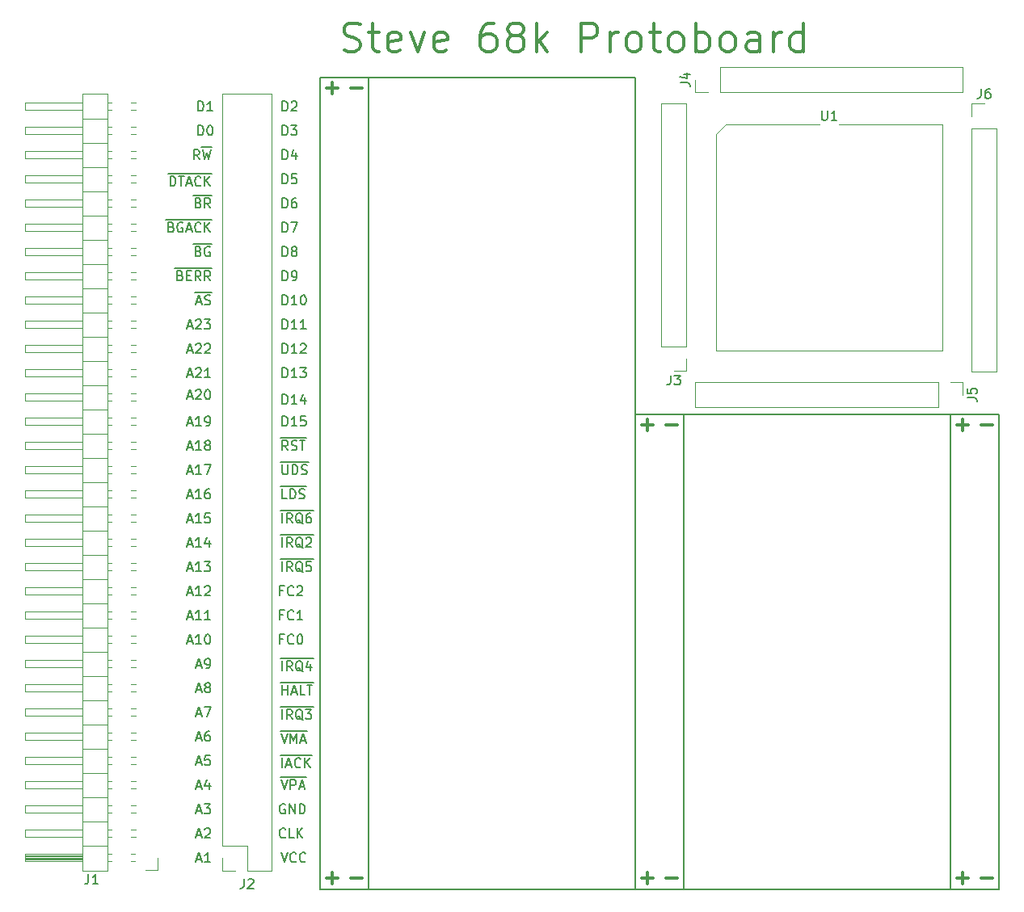
<source format=gto>
G04 #@! TF.GenerationSoftware,KiCad,Pcbnew,(6.0.2)*
G04 #@! TF.CreationDate,2022-10-17T08:50:39-07:00*
G04 #@! TF.ProjectId,Protoboard PLCC,50726f74-6f62-46f6-9172-6420504c4343,1.0*
G04 #@! TF.SameCoordinates,Original*
G04 #@! TF.FileFunction,Legend,Top*
G04 #@! TF.FilePolarity,Positive*
%FSLAX46Y46*%
G04 Gerber Fmt 4.6, Leading zero omitted, Abs format (unit mm)*
G04 Created by KiCad (PCBNEW (6.0.2)) date 2022-10-17 08:50:39*
%MOMM*%
%LPD*%
G01*
G04 APERTURE LIST*
%ADD10C,0.200000*%
%ADD11C,0.300000*%
%ADD12C,0.150000*%
%ADD13C,0.120000*%
%ADD14C,1.524000*%
%ADD15C,3.200000*%
%ADD16R,1.700000X1.700000*%
%ADD17O,1.700000X1.700000*%
%ADD18R,1.422400X1.422400*%
%ADD19C,1.422400*%
G04 APERTURE END LIST*
D10*
X126492000Y-54102000D02*
X154432000Y-54102000D01*
X154432000Y-54102000D02*
X154432000Y-139192000D01*
X154432000Y-139192000D02*
X126492000Y-139192000D01*
X126492000Y-139192000D02*
X126492000Y-54102000D01*
X159512000Y-89408000D02*
X187452000Y-89408000D01*
X187452000Y-89408000D02*
X187452000Y-139192000D01*
X187452000Y-139192000D02*
X159512000Y-139192000D01*
X159512000Y-139192000D02*
X159512000Y-89408000D01*
X187452000Y-89408000D02*
X192532000Y-89408000D01*
X192532000Y-89408000D02*
X192532000Y-139192000D01*
X192532000Y-139192000D02*
X187452000Y-139192000D01*
X187452000Y-139192000D02*
X187452000Y-89408000D01*
D11*
X190690571Y-138029142D02*
X191833428Y-138029142D01*
X190690571Y-90531142D02*
X191833428Y-90531142D01*
X188150571Y-90531142D02*
X189293428Y-90531142D01*
X188722000Y-91102571D02*
X188722000Y-89959714D01*
X188150571Y-138029142D02*
X189293428Y-138029142D01*
X188722000Y-138600571D02*
X188722000Y-137457714D01*
X124650571Y-138029142D02*
X125793428Y-138029142D01*
X122110571Y-138029142D02*
X123253428Y-138029142D01*
X122682000Y-138600571D02*
X122682000Y-137457714D01*
D10*
X121412000Y-54102000D02*
X126492000Y-54102000D01*
X126492000Y-54102000D02*
X126492000Y-139192000D01*
X126492000Y-139192000D02*
X121412000Y-139192000D01*
X121412000Y-139192000D02*
X121412000Y-54102000D01*
D11*
X122110571Y-55225142D02*
X123253428Y-55225142D01*
X122682000Y-55796571D02*
X122682000Y-54653714D01*
X124650571Y-55225142D02*
X125793428Y-55225142D01*
D10*
X154432000Y-89408000D02*
X159512000Y-89408000D01*
X159512000Y-89408000D02*
X159512000Y-139192000D01*
X159512000Y-139192000D02*
X154432000Y-139192000D01*
X154432000Y-139192000D02*
X154432000Y-89408000D01*
D11*
X157670571Y-138029142D02*
X158813428Y-138029142D01*
X155130571Y-138029142D02*
X156273428Y-138029142D01*
X155702000Y-138600571D02*
X155702000Y-137457714D01*
X157670571Y-90531142D02*
X158813428Y-90531142D01*
X155130571Y-90531142D02*
X156273428Y-90531142D01*
X155702000Y-91102571D02*
X155702000Y-89959714D01*
D10*
X108506952Y-136056666D02*
X108983142Y-136056666D01*
X108411714Y-136342380D02*
X108745047Y-135342380D01*
X109078380Y-136342380D01*
X109935523Y-136342380D02*
X109364095Y-136342380D01*
X109649809Y-136342380D02*
X109649809Y-135342380D01*
X109554571Y-135485238D01*
X109459333Y-135580476D01*
X109364095Y-135628095D01*
X108792666Y-62682380D02*
X108459333Y-62206190D01*
X108221238Y-62682380D02*
X108221238Y-61682380D01*
X108602190Y-61682380D01*
X108697428Y-61730000D01*
X108745047Y-61777619D01*
X108792666Y-61872857D01*
X108792666Y-62015714D01*
X108745047Y-62110952D01*
X108697428Y-62158571D01*
X108602190Y-62206190D01*
X108221238Y-62206190D01*
X108983142Y-61400000D02*
X110126000Y-61400000D01*
X109126000Y-61682380D02*
X109364095Y-62682380D01*
X109554571Y-61968095D01*
X109745047Y-62682380D01*
X109983142Y-61682380D01*
X107554571Y-103036666D02*
X108030761Y-103036666D01*
X107459333Y-103322380D02*
X107792666Y-102322380D01*
X108126000Y-103322380D01*
X108983142Y-103322380D02*
X108411714Y-103322380D01*
X108697428Y-103322380D02*
X108697428Y-102322380D01*
X108602190Y-102465238D01*
X108506952Y-102560476D01*
X108411714Y-102608095D01*
X109840285Y-102655714D02*
X109840285Y-103322380D01*
X109602190Y-102274761D02*
X109364095Y-102989047D01*
X109983142Y-102989047D01*
X107554571Y-80176666D02*
X108030761Y-80176666D01*
X107459333Y-80462380D02*
X107792666Y-79462380D01*
X108126000Y-80462380D01*
X108411714Y-79557619D02*
X108459333Y-79510000D01*
X108554571Y-79462380D01*
X108792666Y-79462380D01*
X108887904Y-79510000D01*
X108935523Y-79557619D01*
X108983142Y-79652857D01*
X108983142Y-79748095D01*
X108935523Y-79890952D01*
X108364095Y-80462380D01*
X108983142Y-80462380D01*
X109316476Y-79462380D02*
X109935523Y-79462380D01*
X109602190Y-79843333D01*
X109745047Y-79843333D01*
X109840285Y-79890952D01*
X109887904Y-79938571D01*
X109935523Y-80033809D01*
X109935523Y-80271904D01*
X109887904Y-80367142D01*
X109840285Y-80414761D01*
X109745047Y-80462380D01*
X109459333Y-80462380D01*
X109364095Y-80414761D01*
X109316476Y-80367142D01*
X117244000Y-114994000D02*
X117720190Y-114994000D01*
X117482095Y-116276380D02*
X117482095Y-115276380D01*
X117720190Y-114994000D02*
X118720190Y-114994000D01*
X118529714Y-116276380D02*
X118196380Y-115800190D01*
X117958285Y-116276380D02*
X117958285Y-115276380D01*
X118339238Y-115276380D01*
X118434476Y-115324000D01*
X118482095Y-115371619D01*
X118529714Y-115466857D01*
X118529714Y-115609714D01*
X118482095Y-115704952D01*
X118434476Y-115752571D01*
X118339238Y-115800190D01*
X117958285Y-115800190D01*
X118720190Y-114994000D02*
X119767809Y-114994000D01*
X119624952Y-116371619D02*
X119529714Y-116324000D01*
X119434476Y-116228761D01*
X119291619Y-116085904D01*
X119196380Y-116038285D01*
X119101142Y-116038285D01*
X119148761Y-116276380D02*
X119053523Y-116228761D01*
X118958285Y-116133523D01*
X118910666Y-115943047D01*
X118910666Y-115609714D01*
X118958285Y-115419238D01*
X119053523Y-115324000D01*
X119148761Y-115276380D01*
X119339238Y-115276380D01*
X119434476Y-115324000D01*
X119529714Y-115419238D01*
X119577333Y-115609714D01*
X119577333Y-115943047D01*
X119529714Y-116133523D01*
X119434476Y-116228761D01*
X119339238Y-116276380D01*
X119148761Y-116276380D01*
X119767809Y-114994000D02*
X120720190Y-114994000D01*
X120434476Y-115609714D02*
X120434476Y-116276380D01*
X120196380Y-115228761D02*
X119958285Y-115943047D01*
X120577333Y-115943047D01*
X117751904Y-130310000D02*
X117656666Y-130262380D01*
X117513809Y-130262380D01*
X117370952Y-130310000D01*
X117275714Y-130405238D01*
X117228095Y-130500476D01*
X117180476Y-130690952D01*
X117180476Y-130833809D01*
X117228095Y-131024285D01*
X117275714Y-131119523D01*
X117370952Y-131214761D01*
X117513809Y-131262380D01*
X117609047Y-131262380D01*
X117751904Y-131214761D01*
X117799523Y-131167142D01*
X117799523Y-130833809D01*
X117609047Y-130833809D01*
X118228095Y-131262380D02*
X118228095Y-130262380D01*
X118799523Y-131262380D01*
X118799523Y-130262380D01*
X119275714Y-131262380D02*
X119275714Y-130262380D01*
X119513809Y-130262380D01*
X119656666Y-130310000D01*
X119751904Y-130405238D01*
X119799523Y-130500476D01*
X119847142Y-130690952D01*
X119847142Y-130833809D01*
X119799523Y-131024285D01*
X119751904Y-131119523D01*
X119656666Y-131214761D01*
X119513809Y-131262380D01*
X119275714Y-131262380D01*
X108506952Y-123356666D02*
X108983142Y-123356666D01*
X108411714Y-123642380D02*
X108745047Y-122642380D01*
X109078380Y-123642380D01*
X109840285Y-122642380D02*
X109649809Y-122642380D01*
X109554571Y-122690000D01*
X109506952Y-122737619D01*
X109411714Y-122880476D01*
X109364095Y-123070952D01*
X109364095Y-123451904D01*
X109411714Y-123547142D01*
X109459333Y-123594761D01*
X109554571Y-123642380D01*
X109745047Y-123642380D01*
X109840285Y-123594761D01*
X109887904Y-123547142D01*
X109935523Y-123451904D01*
X109935523Y-123213809D01*
X109887904Y-123118571D01*
X109840285Y-123070952D01*
X109745047Y-123023333D01*
X109554571Y-123023333D01*
X109459333Y-123070952D01*
X109411714Y-123118571D01*
X109364095Y-123213809D01*
X117482095Y-75382380D02*
X117482095Y-74382380D01*
X117720190Y-74382380D01*
X117863047Y-74430000D01*
X117958285Y-74525238D01*
X118005904Y-74620476D01*
X118053523Y-74810952D01*
X118053523Y-74953809D01*
X118005904Y-75144285D01*
X117958285Y-75239523D01*
X117863047Y-75334761D01*
X117720190Y-75382380D01*
X117482095Y-75382380D01*
X118529714Y-75382380D02*
X118720190Y-75382380D01*
X118815428Y-75334761D01*
X118863047Y-75287142D01*
X118958285Y-75144285D01*
X119005904Y-74953809D01*
X119005904Y-74572857D01*
X118958285Y-74477619D01*
X118910666Y-74430000D01*
X118815428Y-74382380D01*
X118624952Y-74382380D01*
X118529714Y-74430000D01*
X118482095Y-74477619D01*
X118434476Y-74572857D01*
X118434476Y-74810952D01*
X118482095Y-74906190D01*
X118529714Y-74953809D01*
X118624952Y-75001428D01*
X118815428Y-75001428D01*
X118910666Y-74953809D01*
X118958285Y-74906190D01*
X119005904Y-74810952D01*
X117482095Y-83002380D02*
X117482095Y-82002380D01*
X117720190Y-82002380D01*
X117863047Y-82050000D01*
X117958285Y-82145238D01*
X118005904Y-82240476D01*
X118053523Y-82430952D01*
X118053523Y-82573809D01*
X118005904Y-82764285D01*
X117958285Y-82859523D01*
X117863047Y-82954761D01*
X117720190Y-83002380D01*
X117482095Y-83002380D01*
X119005904Y-83002380D02*
X118434476Y-83002380D01*
X118720190Y-83002380D02*
X118720190Y-82002380D01*
X118624952Y-82145238D01*
X118529714Y-82240476D01*
X118434476Y-82288095D01*
X119386857Y-82097619D02*
X119434476Y-82050000D01*
X119529714Y-82002380D01*
X119767809Y-82002380D01*
X119863047Y-82050000D01*
X119910666Y-82097619D01*
X119958285Y-82192857D01*
X119958285Y-82288095D01*
X119910666Y-82430952D01*
X119339238Y-83002380D01*
X119958285Y-83002380D01*
X107554571Y-105576666D02*
X108030761Y-105576666D01*
X107459333Y-105862380D02*
X107792666Y-104862380D01*
X108126000Y-105862380D01*
X108983142Y-105862380D02*
X108411714Y-105862380D01*
X108697428Y-105862380D02*
X108697428Y-104862380D01*
X108602190Y-105005238D01*
X108506952Y-105100476D01*
X108411714Y-105148095D01*
X109316476Y-104862380D02*
X109935523Y-104862380D01*
X109602190Y-105243333D01*
X109745047Y-105243333D01*
X109840285Y-105290952D01*
X109887904Y-105338571D01*
X109935523Y-105433809D01*
X109935523Y-105671904D01*
X109887904Y-105767142D01*
X109840285Y-105814761D01*
X109745047Y-105862380D01*
X109459333Y-105862380D01*
X109364095Y-105814761D01*
X109316476Y-105767142D01*
X107554571Y-95416666D02*
X108030761Y-95416666D01*
X107459333Y-95702380D02*
X107792666Y-94702380D01*
X108126000Y-95702380D01*
X108983142Y-95702380D02*
X108411714Y-95702380D01*
X108697428Y-95702380D02*
X108697428Y-94702380D01*
X108602190Y-94845238D01*
X108506952Y-94940476D01*
X108411714Y-94988095D01*
X109316476Y-94702380D02*
X109983142Y-94702380D01*
X109554571Y-95702380D01*
X108506952Y-125896666D02*
X108983142Y-125896666D01*
X108411714Y-126182380D02*
X108745047Y-125182380D01*
X109078380Y-126182380D01*
X109887904Y-125182380D02*
X109411714Y-125182380D01*
X109364095Y-125658571D01*
X109411714Y-125610952D01*
X109506952Y-125563333D01*
X109745047Y-125563333D01*
X109840285Y-125610952D01*
X109887904Y-125658571D01*
X109935523Y-125753809D01*
X109935523Y-125991904D01*
X109887904Y-126087142D01*
X109840285Y-126134761D01*
X109745047Y-126182380D01*
X109506952Y-126182380D01*
X109411714Y-126134761D01*
X109364095Y-126087142D01*
X117482095Y-65222380D02*
X117482095Y-64222380D01*
X117720190Y-64222380D01*
X117863047Y-64270000D01*
X117958285Y-64365238D01*
X118005904Y-64460476D01*
X118053523Y-64650952D01*
X118053523Y-64793809D01*
X118005904Y-64984285D01*
X117958285Y-65079523D01*
X117863047Y-65174761D01*
X117720190Y-65222380D01*
X117482095Y-65222380D01*
X118958285Y-64222380D02*
X118482095Y-64222380D01*
X118434476Y-64698571D01*
X118482095Y-64650952D01*
X118577333Y-64603333D01*
X118815428Y-64603333D01*
X118910666Y-64650952D01*
X118958285Y-64698571D01*
X119005904Y-64793809D01*
X119005904Y-65031904D01*
X118958285Y-65127142D01*
X118910666Y-65174761D01*
X118815428Y-65222380D01*
X118577333Y-65222380D01*
X118482095Y-65174761D01*
X118434476Y-65127142D01*
X108506952Y-133516666D02*
X108983142Y-133516666D01*
X108411714Y-133802380D02*
X108745047Y-132802380D01*
X109078380Y-133802380D01*
X109364095Y-132897619D02*
X109411714Y-132850000D01*
X109506952Y-132802380D01*
X109745047Y-132802380D01*
X109840285Y-132850000D01*
X109887904Y-132897619D01*
X109935523Y-132992857D01*
X109935523Y-133088095D01*
X109887904Y-133230952D01*
X109316476Y-133802380D01*
X109935523Y-133802380D01*
X117244000Y-96960000D02*
X118053523Y-96960000D01*
X117958285Y-98242380D02*
X117482095Y-98242380D01*
X117482095Y-97242380D01*
X118053523Y-96960000D02*
X119053523Y-96960000D01*
X118291619Y-98242380D02*
X118291619Y-97242380D01*
X118529714Y-97242380D01*
X118672571Y-97290000D01*
X118767809Y-97385238D01*
X118815428Y-97480476D01*
X118863047Y-97670952D01*
X118863047Y-97813809D01*
X118815428Y-98004285D01*
X118767809Y-98099523D01*
X118672571Y-98194761D01*
X118529714Y-98242380D01*
X118291619Y-98242380D01*
X119053523Y-96960000D02*
X120005904Y-96960000D01*
X119244000Y-98194761D02*
X119386857Y-98242380D01*
X119624952Y-98242380D01*
X119720190Y-98194761D01*
X119767809Y-98147142D01*
X119815428Y-98051904D01*
X119815428Y-97956666D01*
X119767809Y-97861428D01*
X119720190Y-97813809D01*
X119624952Y-97766190D01*
X119434476Y-97718571D01*
X119339238Y-97670952D01*
X119291619Y-97623333D01*
X119244000Y-97528095D01*
X119244000Y-97432857D01*
X119291619Y-97337619D01*
X119339238Y-97290000D01*
X119434476Y-97242380D01*
X119672571Y-97242380D01*
X119815428Y-97290000D01*
X107554571Y-110656666D02*
X108030761Y-110656666D01*
X107459333Y-110942380D02*
X107792666Y-109942380D01*
X108126000Y-110942380D01*
X108983142Y-110942380D02*
X108411714Y-110942380D01*
X108697428Y-110942380D02*
X108697428Y-109942380D01*
X108602190Y-110085238D01*
X108506952Y-110180476D01*
X108411714Y-110228095D01*
X109935523Y-110942380D02*
X109364095Y-110942380D01*
X109649809Y-110942380D02*
X109649809Y-109942380D01*
X109554571Y-110085238D01*
X109459333Y-110180476D01*
X109364095Y-110228095D01*
X117244000Y-99500000D02*
X117720190Y-99500000D01*
X117482095Y-100782380D02*
X117482095Y-99782380D01*
X117720190Y-99500000D02*
X118720190Y-99500000D01*
X118529714Y-100782380D02*
X118196380Y-100306190D01*
X117958285Y-100782380D02*
X117958285Y-99782380D01*
X118339238Y-99782380D01*
X118434476Y-99830000D01*
X118482095Y-99877619D01*
X118529714Y-99972857D01*
X118529714Y-100115714D01*
X118482095Y-100210952D01*
X118434476Y-100258571D01*
X118339238Y-100306190D01*
X117958285Y-100306190D01*
X118720190Y-99500000D02*
X119767809Y-99500000D01*
X119624952Y-100877619D02*
X119529714Y-100830000D01*
X119434476Y-100734761D01*
X119291619Y-100591904D01*
X119196380Y-100544285D01*
X119101142Y-100544285D01*
X119148761Y-100782380D02*
X119053523Y-100734761D01*
X118958285Y-100639523D01*
X118910666Y-100449047D01*
X118910666Y-100115714D01*
X118958285Y-99925238D01*
X119053523Y-99830000D01*
X119148761Y-99782380D01*
X119339238Y-99782380D01*
X119434476Y-99830000D01*
X119529714Y-99925238D01*
X119577333Y-100115714D01*
X119577333Y-100449047D01*
X119529714Y-100639523D01*
X119434476Y-100734761D01*
X119339238Y-100782380D01*
X119148761Y-100782380D01*
X119767809Y-99500000D02*
X120720190Y-99500000D01*
X120434476Y-99782380D02*
X120244000Y-99782380D01*
X120148761Y-99830000D01*
X120101142Y-99877619D01*
X120005904Y-100020476D01*
X119958285Y-100210952D01*
X119958285Y-100591904D01*
X120005904Y-100687142D01*
X120053523Y-100734761D01*
X120148761Y-100782380D01*
X120339238Y-100782380D01*
X120434476Y-100734761D01*
X120482095Y-100687142D01*
X120529714Y-100591904D01*
X120529714Y-100353809D01*
X120482095Y-100258571D01*
X120434476Y-100210952D01*
X120339238Y-100163333D01*
X120148761Y-100163333D01*
X120053523Y-100210952D01*
X120005904Y-100258571D01*
X119958285Y-100353809D01*
X117482095Y-57602380D02*
X117482095Y-56602380D01*
X117720190Y-56602380D01*
X117863047Y-56650000D01*
X117958285Y-56745238D01*
X118005904Y-56840476D01*
X118053523Y-57030952D01*
X118053523Y-57173809D01*
X118005904Y-57364285D01*
X117958285Y-57459523D01*
X117863047Y-57554761D01*
X117720190Y-57602380D01*
X117482095Y-57602380D01*
X118434476Y-56697619D02*
X118482095Y-56650000D01*
X118577333Y-56602380D01*
X118815428Y-56602380D01*
X118910666Y-56650000D01*
X118958285Y-56697619D01*
X119005904Y-56792857D01*
X119005904Y-56888095D01*
X118958285Y-57030952D01*
X118386857Y-57602380D01*
X119005904Y-57602380D01*
X117244000Y-117534000D02*
X118291619Y-117534000D01*
X117482095Y-118816380D02*
X117482095Y-117816380D01*
X117482095Y-118292571D02*
X118053523Y-118292571D01*
X118053523Y-118816380D02*
X118053523Y-117816380D01*
X118291619Y-117534000D02*
X119148761Y-117534000D01*
X118482095Y-118530666D02*
X118958285Y-118530666D01*
X118386857Y-118816380D02*
X118720190Y-117816380D01*
X119053523Y-118816380D01*
X119148761Y-117534000D02*
X119958285Y-117534000D01*
X119863047Y-118816380D02*
X119386857Y-118816380D01*
X119386857Y-117816380D01*
X119958285Y-117534000D02*
X120720190Y-117534000D01*
X120053523Y-117816380D02*
X120624952Y-117816380D01*
X120339238Y-118816380D02*
X120339238Y-117816380D01*
X117339238Y-135342380D02*
X117672571Y-136342380D01*
X118005904Y-135342380D01*
X118910666Y-136247142D02*
X118863047Y-136294761D01*
X118720190Y-136342380D01*
X118624952Y-136342380D01*
X118482095Y-136294761D01*
X118386857Y-136199523D01*
X118339238Y-136104285D01*
X118291619Y-135913809D01*
X118291619Y-135770952D01*
X118339238Y-135580476D01*
X118386857Y-135485238D01*
X118482095Y-135390000D01*
X118624952Y-135342380D01*
X118720190Y-135342380D01*
X118863047Y-135390000D01*
X118910666Y-135437619D01*
X119910666Y-136247142D02*
X119863047Y-136294761D01*
X119720190Y-136342380D01*
X119624952Y-136342380D01*
X119482095Y-136294761D01*
X119386857Y-136199523D01*
X119339238Y-136104285D01*
X119291619Y-135913809D01*
X119291619Y-135770952D01*
X119339238Y-135580476D01*
X119386857Y-135485238D01*
X119482095Y-135390000D01*
X119624952Y-135342380D01*
X119720190Y-135342380D01*
X119863047Y-135390000D01*
X119910666Y-135437619D01*
X107554571Y-92876666D02*
X108030761Y-92876666D01*
X107459333Y-93162380D02*
X107792666Y-92162380D01*
X108126000Y-93162380D01*
X108983142Y-93162380D02*
X108411714Y-93162380D01*
X108697428Y-93162380D02*
X108697428Y-92162380D01*
X108602190Y-92305238D01*
X108506952Y-92400476D01*
X108411714Y-92448095D01*
X109554571Y-92590952D02*
X109459333Y-92543333D01*
X109411714Y-92495714D01*
X109364095Y-92400476D01*
X109364095Y-92352857D01*
X109411714Y-92257619D01*
X109459333Y-92210000D01*
X109554571Y-92162380D01*
X109745047Y-92162380D01*
X109840285Y-92210000D01*
X109887904Y-92257619D01*
X109935523Y-92352857D01*
X109935523Y-92400476D01*
X109887904Y-92495714D01*
X109840285Y-92543333D01*
X109745047Y-92590952D01*
X109554571Y-92590952D01*
X109459333Y-92638571D01*
X109411714Y-92686190D01*
X109364095Y-92781428D01*
X109364095Y-92971904D01*
X109411714Y-93067142D01*
X109459333Y-93114761D01*
X109554571Y-93162380D01*
X109745047Y-93162380D01*
X109840285Y-93114761D01*
X109887904Y-93067142D01*
X109935523Y-92971904D01*
X109935523Y-92781428D01*
X109887904Y-92686190D01*
X109840285Y-92638571D01*
X109745047Y-92590952D01*
X117244000Y-104580000D02*
X117720190Y-104580000D01*
X117482095Y-105862380D02*
X117482095Y-104862380D01*
X117720190Y-104580000D02*
X118720190Y-104580000D01*
X118529714Y-105862380D02*
X118196380Y-105386190D01*
X117958285Y-105862380D02*
X117958285Y-104862380D01*
X118339238Y-104862380D01*
X118434476Y-104910000D01*
X118482095Y-104957619D01*
X118529714Y-105052857D01*
X118529714Y-105195714D01*
X118482095Y-105290952D01*
X118434476Y-105338571D01*
X118339238Y-105386190D01*
X117958285Y-105386190D01*
X118720190Y-104580000D02*
X119767809Y-104580000D01*
X119624952Y-105957619D02*
X119529714Y-105910000D01*
X119434476Y-105814761D01*
X119291619Y-105671904D01*
X119196380Y-105624285D01*
X119101142Y-105624285D01*
X119148761Y-105862380D02*
X119053523Y-105814761D01*
X118958285Y-105719523D01*
X118910666Y-105529047D01*
X118910666Y-105195714D01*
X118958285Y-105005238D01*
X119053523Y-104910000D01*
X119148761Y-104862380D01*
X119339238Y-104862380D01*
X119434476Y-104910000D01*
X119529714Y-105005238D01*
X119577333Y-105195714D01*
X119577333Y-105529047D01*
X119529714Y-105719523D01*
X119434476Y-105814761D01*
X119339238Y-105862380D01*
X119148761Y-105862380D01*
X119767809Y-104580000D02*
X120720190Y-104580000D01*
X120482095Y-104862380D02*
X120005904Y-104862380D01*
X119958285Y-105338571D01*
X120005904Y-105290952D01*
X120101142Y-105243333D01*
X120339238Y-105243333D01*
X120434476Y-105290952D01*
X120482095Y-105338571D01*
X120529714Y-105433809D01*
X120529714Y-105671904D01*
X120482095Y-105767142D01*
X120434476Y-105814761D01*
X120339238Y-105862380D01*
X120101142Y-105862380D01*
X120005904Y-105814761D01*
X119958285Y-105767142D01*
X107554571Y-108116666D02*
X108030761Y-108116666D01*
X107459333Y-108402380D02*
X107792666Y-107402380D01*
X108126000Y-108402380D01*
X108983142Y-108402380D02*
X108411714Y-108402380D01*
X108697428Y-108402380D02*
X108697428Y-107402380D01*
X108602190Y-107545238D01*
X108506952Y-107640476D01*
X108411714Y-107688095D01*
X109364095Y-107497619D02*
X109411714Y-107450000D01*
X109506952Y-107402380D01*
X109745047Y-107402380D01*
X109840285Y-107450000D01*
X109887904Y-107497619D01*
X109935523Y-107592857D01*
X109935523Y-107688095D01*
X109887904Y-107830952D01*
X109316476Y-108402380D01*
X109935523Y-108402380D01*
X117561428Y-107878571D02*
X117228095Y-107878571D01*
X117228095Y-108402380D02*
X117228095Y-107402380D01*
X117704285Y-107402380D01*
X118656666Y-108307142D02*
X118609047Y-108354761D01*
X118466190Y-108402380D01*
X118370952Y-108402380D01*
X118228095Y-108354761D01*
X118132857Y-108259523D01*
X118085238Y-108164285D01*
X118037619Y-107973809D01*
X118037619Y-107830952D01*
X118085238Y-107640476D01*
X118132857Y-107545238D01*
X118228095Y-107450000D01*
X118370952Y-107402380D01*
X118466190Y-107402380D01*
X118609047Y-107450000D01*
X118656666Y-107497619D01*
X119037619Y-107497619D02*
X119085238Y-107450000D01*
X119180476Y-107402380D01*
X119418571Y-107402380D01*
X119513809Y-107450000D01*
X119561428Y-107497619D01*
X119609047Y-107592857D01*
X119609047Y-107688095D01*
X119561428Y-107830952D01*
X118990000Y-108402380D01*
X119609047Y-108402380D01*
X107554571Y-100496666D02*
X108030761Y-100496666D01*
X107459333Y-100782380D02*
X107792666Y-99782380D01*
X108126000Y-100782380D01*
X108983142Y-100782380D02*
X108411714Y-100782380D01*
X108697428Y-100782380D02*
X108697428Y-99782380D01*
X108602190Y-99925238D01*
X108506952Y-100020476D01*
X108411714Y-100068095D01*
X109887904Y-99782380D02*
X109411714Y-99782380D01*
X109364095Y-100258571D01*
X109411714Y-100210952D01*
X109506952Y-100163333D01*
X109745047Y-100163333D01*
X109840285Y-100210952D01*
X109887904Y-100258571D01*
X109935523Y-100353809D01*
X109935523Y-100591904D01*
X109887904Y-100687142D01*
X109840285Y-100734761D01*
X109745047Y-100782380D01*
X109506952Y-100782380D01*
X109411714Y-100734761D01*
X109364095Y-100687142D01*
X108316476Y-76640000D02*
X109173619Y-76640000D01*
X108506952Y-77636666D02*
X108983142Y-77636666D01*
X108411714Y-77922380D02*
X108745047Y-76922380D01*
X109078380Y-77922380D01*
X109173619Y-76640000D02*
X110126000Y-76640000D01*
X109364095Y-77874761D02*
X109506952Y-77922380D01*
X109745047Y-77922380D01*
X109840285Y-77874761D01*
X109887904Y-77827142D01*
X109935523Y-77731904D01*
X109935523Y-77636666D01*
X109887904Y-77541428D01*
X109840285Y-77493809D01*
X109745047Y-77446190D01*
X109554571Y-77398571D01*
X109459333Y-77350952D01*
X109411714Y-77303333D01*
X109364095Y-77208095D01*
X109364095Y-77112857D01*
X109411714Y-77017619D01*
X109459333Y-76970000D01*
X109554571Y-76922380D01*
X109792666Y-76922380D01*
X109935523Y-76970000D01*
X117561428Y-112958571D02*
X117228095Y-112958571D01*
X117228095Y-113482380D02*
X117228095Y-112482380D01*
X117704285Y-112482380D01*
X118656666Y-113387142D02*
X118609047Y-113434761D01*
X118466190Y-113482380D01*
X118370952Y-113482380D01*
X118228095Y-113434761D01*
X118132857Y-113339523D01*
X118085238Y-113244285D01*
X118037619Y-113053809D01*
X118037619Y-112910952D01*
X118085238Y-112720476D01*
X118132857Y-112625238D01*
X118228095Y-112530000D01*
X118370952Y-112482380D01*
X118466190Y-112482380D01*
X118609047Y-112530000D01*
X118656666Y-112577619D01*
X119275714Y-112482380D02*
X119370952Y-112482380D01*
X119466190Y-112530000D01*
X119513809Y-112577619D01*
X119561428Y-112672857D01*
X119609047Y-112863333D01*
X119609047Y-113101428D01*
X119561428Y-113291904D01*
X119513809Y-113387142D01*
X119466190Y-113434761D01*
X119370952Y-113482380D01*
X119275714Y-113482380D01*
X119180476Y-113434761D01*
X119132857Y-113387142D01*
X119085238Y-113291904D01*
X119037619Y-113101428D01*
X119037619Y-112863333D01*
X119085238Y-112672857D01*
X119132857Y-112577619D01*
X119180476Y-112530000D01*
X119275714Y-112482380D01*
X117482095Y-72842380D02*
X117482095Y-71842380D01*
X117720190Y-71842380D01*
X117863047Y-71890000D01*
X117958285Y-71985238D01*
X118005904Y-72080476D01*
X118053523Y-72270952D01*
X118053523Y-72413809D01*
X118005904Y-72604285D01*
X117958285Y-72699523D01*
X117863047Y-72794761D01*
X117720190Y-72842380D01*
X117482095Y-72842380D01*
X118624952Y-72270952D02*
X118529714Y-72223333D01*
X118482095Y-72175714D01*
X118434476Y-72080476D01*
X118434476Y-72032857D01*
X118482095Y-71937619D01*
X118529714Y-71890000D01*
X118624952Y-71842380D01*
X118815428Y-71842380D01*
X118910666Y-71890000D01*
X118958285Y-71937619D01*
X119005904Y-72032857D01*
X119005904Y-72080476D01*
X118958285Y-72175714D01*
X118910666Y-72223333D01*
X118815428Y-72270952D01*
X118624952Y-72270952D01*
X118529714Y-72318571D01*
X118482095Y-72366190D01*
X118434476Y-72461428D01*
X118434476Y-72651904D01*
X118482095Y-72747142D01*
X118529714Y-72794761D01*
X118624952Y-72842380D01*
X118815428Y-72842380D01*
X118910666Y-72794761D01*
X118958285Y-72747142D01*
X119005904Y-72651904D01*
X119005904Y-72461428D01*
X118958285Y-72366190D01*
X118910666Y-72318571D01*
X118815428Y-72270952D01*
X107554571Y-87542666D02*
X108030761Y-87542666D01*
X107459333Y-87828380D02*
X107792666Y-86828380D01*
X108126000Y-87828380D01*
X108411714Y-86923619D02*
X108459333Y-86876000D01*
X108554571Y-86828380D01*
X108792666Y-86828380D01*
X108887904Y-86876000D01*
X108935523Y-86923619D01*
X108983142Y-87018857D01*
X108983142Y-87114095D01*
X108935523Y-87256952D01*
X108364095Y-87828380D01*
X108983142Y-87828380D01*
X109602190Y-86828380D02*
X109697428Y-86828380D01*
X109792666Y-86876000D01*
X109840285Y-86923619D01*
X109887904Y-87018857D01*
X109935523Y-87209333D01*
X109935523Y-87447428D01*
X109887904Y-87637904D01*
X109840285Y-87733142D01*
X109792666Y-87780761D01*
X109697428Y-87828380D01*
X109602190Y-87828380D01*
X109506952Y-87780761D01*
X109459333Y-87733142D01*
X109411714Y-87637904D01*
X109364095Y-87447428D01*
X109364095Y-87209333D01*
X109411714Y-87018857D01*
X109459333Y-86923619D01*
X109506952Y-86876000D01*
X109602190Y-86828380D01*
X117244000Y-102040000D02*
X117720190Y-102040000D01*
X117482095Y-103322380D02*
X117482095Y-102322380D01*
X117720190Y-102040000D02*
X118720190Y-102040000D01*
X118529714Y-103322380D02*
X118196380Y-102846190D01*
X117958285Y-103322380D02*
X117958285Y-102322380D01*
X118339238Y-102322380D01*
X118434476Y-102370000D01*
X118482095Y-102417619D01*
X118529714Y-102512857D01*
X118529714Y-102655714D01*
X118482095Y-102750952D01*
X118434476Y-102798571D01*
X118339238Y-102846190D01*
X117958285Y-102846190D01*
X118720190Y-102040000D02*
X119767809Y-102040000D01*
X119624952Y-103417619D02*
X119529714Y-103370000D01*
X119434476Y-103274761D01*
X119291619Y-103131904D01*
X119196380Y-103084285D01*
X119101142Y-103084285D01*
X119148761Y-103322380D02*
X119053523Y-103274761D01*
X118958285Y-103179523D01*
X118910666Y-102989047D01*
X118910666Y-102655714D01*
X118958285Y-102465238D01*
X119053523Y-102370000D01*
X119148761Y-102322380D01*
X119339238Y-102322380D01*
X119434476Y-102370000D01*
X119529714Y-102465238D01*
X119577333Y-102655714D01*
X119577333Y-102989047D01*
X119529714Y-103179523D01*
X119434476Y-103274761D01*
X119339238Y-103322380D01*
X119148761Y-103322380D01*
X119767809Y-102040000D02*
X120720190Y-102040000D01*
X119958285Y-102417619D02*
X120005904Y-102370000D01*
X120101142Y-102322380D01*
X120339238Y-102322380D01*
X120434476Y-102370000D01*
X120482095Y-102417619D01*
X120529714Y-102512857D01*
X120529714Y-102608095D01*
X120482095Y-102750952D01*
X119910666Y-103322380D01*
X120529714Y-103322380D01*
X117561428Y-110418571D02*
X117228095Y-110418571D01*
X117228095Y-110942380D02*
X117228095Y-109942380D01*
X117704285Y-109942380D01*
X118656666Y-110847142D02*
X118609047Y-110894761D01*
X118466190Y-110942380D01*
X118370952Y-110942380D01*
X118228095Y-110894761D01*
X118132857Y-110799523D01*
X118085238Y-110704285D01*
X118037619Y-110513809D01*
X118037619Y-110370952D01*
X118085238Y-110180476D01*
X118132857Y-110085238D01*
X118228095Y-109990000D01*
X118370952Y-109942380D01*
X118466190Y-109942380D01*
X118609047Y-109990000D01*
X118656666Y-110037619D01*
X119609047Y-110942380D02*
X119037619Y-110942380D01*
X119323333Y-110942380D02*
X119323333Y-109942380D01*
X119228095Y-110085238D01*
X119132857Y-110180476D01*
X119037619Y-110228095D01*
X117244000Y-91880000D02*
X118244000Y-91880000D01*
X118053523Y-93162380D02*
X117720190Y-92686190D01*
X117482095Y-93162380D02*
X117482095Y-92162380D01*
X117863047Y-92162380D01*
X117958285Y-92210000D01*
X118005904Y-92257619D01*
X118053523Y-92352857D01*
X118053523Y-92495714D01*
X118005904Y-92590952D01*
X117958285Y-92638571D01*
X117863047Y-92686190D01*
X117482095Y-92686190D01*
X118244000Y-91880000D02*
X119196380Y-91880000D01*
X118434476Y-93114761D02*
X118577333Y-93162380D01*
X118815428Y-93162380D01*
X118910666Y-93114761D01*
X118958285Y-93067142D01*
X119005904Y-92971904D01*
X119005904Y-92876666D01*
X118958285Y-92781428D01*
X118910666Y-92733809D01*
X118815428Y-92686190D01*
X118624952Y-92638571D01*
X118529714Y-92590952D01*
X118482095Y-92543333D01*
X118434476Y-92448095D01*
X118434476Y-92352857D01*
X118482095Y-92257619D01*
X118529714Y-92210000D01*
X118624952Y-92162380D01*
X118863047Y-92162380D01*
X119005904Y-92210000D01*
X119196380Y-91880000D02*
X119958285Y-91880000D01*
X119291619Y-92162380D02*
X119863047Y-92162380D01*
X119577333Y-93162380D02*
X119577333Y-92162380D01*
X108126000Y-71560000D02*
X109126000Y-71560000D01*
X108697428Y-72318571D02*
X108840285Y-72366190D01*
X108887904Y-72413809D01*
X108935523Y-72509047D01*
X108935523Y-72651904D01*
X108887904Y-72747142D01*
X108840285Y-72794761D01*
X108745047Y-72842380D01*
X108364095Y-72842380D01*
X108364095Y-71842380D01*
X108697428Y-71842380D01*
X108792666Y-71890000D01*
X108840285Y-71937619D01*
X108887904Y-72032857D01*
X108887904Y-72128095D01*
X108840285Y-72223333D01*
X108792666Y-72270952D01*
X108697428Y-72318571D01*
X108364095Y-72318571D01*
X109126000Y-71560000D02*
X110126000Y-71560000D01*
X109887904Y-71890000D02*
X109792666Y-71842380D01*
X109649809Y-71842380D01*
X109506952Y-71890000D01*
X109411714Y-71985238D01*
X109364095Y-72080476D01*
X109316476Y-72270952D01*
X109316476Y-72413809D01*
X109364095Y-72604285D01*
X109411714Y-72699523D01*
X109506952Y-72794761D01*
X109649809Y-72842380D01*
X109745047Y-72842380D01*
X109887904Y-72794761D01*
X109935523Y-72747142D01*
X109935523Y-72413809D01*
X109745047Y-72413809D01*
X117482095Y-67762380D02*
X117482095Y-66762380D01*
X117720190Y-66762380D01*
X117863047Y-66810000D01*
X117958285Y-66905238D01*
X118005904Y-67000476D01*
X118053523Y-67190952D01*
X118053523Y-67333809D01*
X118005904Y-67524285D01*
X117958285Y-67619523D01*
X117863047Y-67714761D01*
X117720190Y-67762380D01*
X117482095Y-67762380D01*
X118910666Y-66762380D02*
X118720190Y-66762380D01*
X118624952Y-66810000D01*
X118577333Y-66857619D01*
X118482095Y-67000476D01*
X118434476Y-67190952D01*
X118434476Y-67571904D01*
X118482095Y-67667142D01*
X118529714Y-67714761D01*
X118624952Y-67762380D01*
X118815428Y-67762380D01*
X118910666Y-67714761D01*
X118958285Y-67667142D01*
X119005904Y-67571904D01*
X119005904Y-67333809D01*
X118958285Y-67238571D01*
X118910666Y-67190952D01*
X118815428Y-67143333D01*
X118624952Y-67143333D01*
X118529714Y-67190952D01*
X118482095Y-67238571D01*
X118434476Y-67333809D01*
X107554571Y-85256666D02*
X108030761Y-85256666D01*
X107459333Y-85542380D02*
X107792666Y-84542380D01*
X108126000Y-85542380D01*
X108411714Y-84637619D02*
X108459333Y-84590000D01*
X108554571Y-84542380D01*
X108792666Y-84542380D01*
X108887904Y-84590000D01*
X108935523Y-84637619D01*
X108983142Y-84732857D01*
X108983142Y-84828095D01*
X108935523Y-84970952D01*
X108364095Y-85542380D01*
X108983142Y-85542380D01*
X109935523Y-85542380D02*
X109364095Y-85542380D01*
X109649809Y-85542380D02*
X109649809Y-84542380D01*
X109554571Y-84685238D01*
X109459333Y-84780476D01*
X109364095Y-84828095D01*
X117482095Y-77922380D02*
X117482095Y-76922380D01*
X117720190Y-76922380D01*
X117863047Y-76970000D01*
X117958285Y-77065238D01*
X118005904Y-77160476D01*
X118053523Y-77350952D01*
X118053523Y-77493809D01*
X118005904Y-77684285D01*
X117958285Y-77779523D01*
X117863047Y-77874761D01*
X117720190Y-77922380D01*
X117482095Y-77922380D01*
X119005904Y-77922380D02*
X118434476Y-77922380D01*
X118720190Y-77922380D02*
X118720190Y-76922380D01*
X118624952Y-77065238D01*
X118529714Y-77160476D01*
X118434476Y-77208095D01*
X119624952Y-76922380D02*
X119720190Y-76922380D01*
X119815428Y-76970000D01*
X119863047Y-77017619D01*
X119910666Y-77112857D01*
X119958285Y-77303333D01*
X119958285Y-77541428D01*
X119910666Y-77731904D01*
X119863047Y-77827142D01*
X119815428Y-77874761D01*
X119720190Y-77922380D01*
X119624952Y-77922380D01*
X119529714Y-77874761D01*
X119482095Y-77827142D01*
X119434476Y-77731904D01*
X119386857Y-77541428D01*
X119386857Y-77303333D01*
X119434476Y-77112857D01*
X119482095Y-77017619D01*
X119529714Y-76970000D01*
X119624952Y-76922380D01*
X117244000Y-94420000D02*
X118291619Y-94420000D01*
X117482095Y-94702380D02*
X117482095Y-95511904D01*
X117529714Y-95607142D01*
X117577333Y-95654761D01*
X117672571Y-95702380D01*
X117863047Y-95702380D01*
X117958285Y-95654761D01*
X118005904Y-95607142D01*
X118053523Y-95511904D01*
X118053523Y-94702380D01*
X118291619Y-94420000D02*
X119291619Y-94420000D01*
X118529714Y-95702380D02*
X118529714Y-94702380D01*
X118767809Y-94702380D01*
X118910666Y-94750000D01*
X119005904Y-94845238D01*
X119053523Y-94940476D01*
X119101142Y-95130952D01*
X119101142Y-95273809D01*
X119053523Y-95464285D01*
X119005904Y-95559523D01*
X118910666Y-95654761D01*
X118767809Y-95702380D01*
X118529714Y-95702380D01*
X119291619Y-94420000D02*
X120244000Y-94420000D01*
X119482095Y-95654761D02*
X119624952Y-95702380D01*
X119863047Y-95702380D01*
X119958285Y-95654761D01*
X120005904Y-95607142D01*
X120053523Y-95511904D01*
X120053523Y-95416666D01*
X120005904Y-95321428D01*
X119958285Y-95273809D01*
X119863047Y-95226190D01*
X119672571Y-95178571D01*
X119577333Y-95130952D01*
X119529714Y-95083333D01*
X119482095Y-94988095D01*
X119482095Y-94892857D01*
X119529714Y-94797619D01*
X119577333Y-94750000D01*
X119672571Y-94702380D01*
X119910666Y-94702380D01*
X120053523Y-94750000D01*
X108506952Y-118276666D02*
X108983142Y-118276666D01*
X108411714Y-118562380D02*
X108745047Y-117562380D01*
X109078380Y-118562380D01*
X109554571Y-117990952D02*
X109459333Y-117943333D01*
X109411714Y-117895714D01*
X109364095Y-117800476D01*
X109364095Y-117752857D01*
X109411714Y-117657619D01*
X109459333Y-117610000D01*
X109554571Y-117562380D01*
X109745047Y-117562380D01*
X109840285Y-117610000D01*
X109887904Y-117657619D01*
X109935523Y-117752857D01*
X109935523Y-117800476D01*
X109887904Y-117895714D01*
X109840285Y-117943333D01*
X109745047Y-117990952D01*
X109554571Y-117990952D01*
X109459333Y-118038571D01*
X109411714Y-118086190D01*
X109364095Y-118181428D01*
X109364095Y-118371904D01*
X109411714Y-118467142D01*
X109459333Y-118514761D01*
X109554571Y-118562380D01*
X109745047Y-118562380D01*
X109840285Y-118514761D01*
X109887904Y-118467142D01*
X109935523Y-118371904D01*
X109935523Y-118181428D01*
X109887904Y-118086190D01*
X109840285Y-118038571D01*
X109745047Y-117990952D01*
X117482095Y-60142380D02*
X117482095Y-59142380D01*
X117720190Y-59142380D01*
X117863047Y-59190000D01*
X117958285Y-59285238D01*
X118005904Y-59380476D01*
X118053523Y-59570952D01*
X118053523Y-59713809D01*
X118005904Y-59904285D01*
X117958285Y-59999523D01*
X117863047Y-60094761D01*
X117720190Y-60142380D01*
X117482095Y-60142380D01*
X118386857Y-59142380D02*
X119005904Y-59142380D01*
X118672571Y-59523333D01*
X118815428Y-59523333D01*
X118910666Y-59570952D01*
X118958285Y-59618571D01*
X119005904Y-59713809D01*
X119005904Y-59951904D01*
X118958285Y-60047142D01*
X118910666Y-60094761D01*
X118815428Y-60142380D01*
X118529714Y-60142380D01*
X118434476Y-60094761D01*
X118386857Y-60047142D01*
X117482095Y-80462380D02*
X117482095Y-79462380D01*
X117720190Y-79462380D01*
X117863047Y-79510000D01*
X117958285Y-79605238D01*
X118005904Y-79700476D01*
X118053523Y-79890952D01*
X118053523Y-80033809D01*
X118005904Y-80224285D01*
X117958285Y-80319523D01*
X117863047Y-80414761D01*
X117720190Y-80462380D01*
X117482095Y-80462380D01*
X119005904Y-80462380D02*
X118434476Y-80462380D01*
X118720190Y-80462380D02*
X118720190Y-79462380D01*
X118624952Y-79605238D01*
X118529714Y-79700476D01*
X118434476Y-79748095D01*
X119958285Y-80462380D02*
X119386857Y-80462380D01*
X119672571Y-80462380D02*
X119672571Y-79462380D01*
X119577333Y-79605238D01*
X119482095Y-79700476D01*
X119386857Y-79748095D01*
X117244000Y-125154000D02*
X117720190Y-125154000D01*
X117482095Y-126436380D02*
X117482095Y-125436380D01*
X117720190Y-125154000D02*
X118577333Y-125154000D01*
X117910666Y-126150666D02*
X118386857Y-126150666D01*
X117815428Y-126436380D02*
X118148761Y-125436380D01*
X118482095Y-126436380D01*
X118577333Y-125154000D02*
X119577333Y-125154000D01*
X119386857Y-126341142D02*
X119339238Y-126388761D01*
X119196380Y-126436380D01*
X119101142Y-126436380D01*
X118958285Y-126388761D01*
X118863047Y-126293523D01*
X118815428Y-126198285D01*
X118767809Y-126007809D01*
X118767809Y-125864952D01*
X118815428Y-125674476D01*
X118863047Y-125579238D01*
X118958285Y-125484000D01*
X119101142Y-125436380D01*
X119196380Y-125436380D01*
X119339238Y-125484000D01*
X119386857Y-125531619D01*
X119577333Y-125154000D02*
X120577333Y-125154000D01*
X119815428Y-126436380D02*
X119815428Y-125436380D01*
X120386857Y-126436380D02*
X119958285Y-125864952D01*
X120386857Y-125436380D02*
X119815428Y-126007809D01*
X117482095Y-88336380D02*
X117482095Y-87336380D01*
X117720190Y-87336380D01*
X117863047Y-87384000D01*
X117958285Y-87479238D01*
X118005904Y-87574476D01*
X118053523Y-87764952D01*
X118053523Y-87907809D01*
X118005904Y-88098285D01*
X117958285Y-88193523D01*
X117863047Y-88288761D01*
X117720190Y-88336380D01*
X117482095Y-88336380D01*
X119005904Y-88336380D02*
X118434476Y-88336380D01*
X118720190Y-88336380D02*
X118720190Y-87336380D01*
X118624952Y-87479238D01*
X118529714Y-87574476D01*
X118434476Y-87622095D01*
X119863047Y-87669714D02*
X119863047Y-88336380D01*
X119624952Y-87288761D02*
X119386857Y-88003047D01*
X120005904Y-88003047D01*
X108506952Y-128436666D02*
X108983142Y-128436666D01*
X108411714Y-128722380D02*
X108745047Y-127722380D01*
X109078380Y-128722380D01*
X109840285Y-128055714D02*
X109840285Y-128722380D01*
X109602190Y-127674761D02*
X109364095Y-128389047D01*
X109983142Y-128389047D01*
X117244000Y-127440000D02*
X118101142Y-127440000D01*
X117339238Y-127722380D02*
X117672571Y-128722380D01*
X118005904Y-127722380D01*
X118101142Y-127440000D02*
X119101142Y-127440000D01*
X118339238Y-128722380D02*
X118339238Y-127722380D01*
X118720190Y-127722380D01*
X118815428Y-127770000D01*
X118863047Y-127817619D01*
X118910666Y-127912857D01*
X118910666Y-128055714D01*
X118863047Y-128150952D01*
X118815428Y-128198571D01*
X118720190Y-128246190D01*
X118339238Y-128246190D01*
X119101142Y-127440000D02*
X119958285Y-127440000D01*
X119291619Y-128436666D02*
X119767809Y-128436666D01*
X119196380Y-128722380D02*
X119529714Y-127722380D01*
X119863047Y-128722380D01*
X108665714Y-57602380D02*
X108665714Y-56602380D01*
X108903809Y-56602380D01*
X109046666Y-56650000D01*
X109141904Y-56745238D01*
X109189523Y-56840476D01*
X109237142Y-57030952D01*
X109237142Y-57173809D01*
X109189523Y-57364285D01*
X109141904Y-57459523D01*
X109046666Y-57554761D01*
X108903809Y-57602380D01*
X108665714Y-57602380D01*
X110189523Y-57602380D02*
X109618095Y-57602380D01*
X109903809Y-57602380D02*
X109903809Y-56602380D01*
X109808571Y-56745238D01*
X109713333Y-56840476D01*
X109618095Y-56888095D01*
X105506952Y-64194000D02*
X106506952Y-64194000D01*
X105745047Y-65476380D02*
X105745047Y-64476380D01*
X105983142Y-64476380D01*
X106126000Y-64524000D01*
X106221238Y-64619238D01*
X106268857Y-64714476D01*
X106316476Y-64904952D01*
X106316476Y-65047809D01*
X106268857Y-65238285D01*
X106221238Y-65333523D01*
X106126000Y-65428761D01*
X105983142Y-65476380D01*
X105745047Y-65476380D01*
X106506952Y-64194000D02*
X107268857Y-64194000D01*
X106602190Y-64476380D02*
X107173619Y-64476380D01*
X106887904Y-65476380D02*
X106887904Y-64476380D01*
X107268857Y-64194000D02*
X108126000Y-64194000D01*
X107459333Y-65190666D02*
X107935523Y-65190666D01*
X107364095Y-65476380D02*
X107697428Y-64476380D01*
X108030761Y-65476380D01*
X108126000Y-64194000D02*
X109126000Y-64194000D01*
X108935523Y-65381142D02*
X108887904Y-65428761D01*
X108745047Y-65476380D01*
X108649809Y-65476380D01*
X108506952Y-65428761D01*
X108411714Y-65333523D01*
X108364095Y-65238285D01*
X108316476Y-65047809D01*
X108316476Y-64904952D01*
X108364095Y-64714476D01*
X108411714Y-64619238D01*
X108506952Y-64524000D01*
X108649809Y-64476380D01*
X108745047Y-64476380D01*
X108887904Y-64524000D01*
X108935523Y-64571619D01*
X109126000Y-64194000D02*
X110126000Y-64194000D01*
X109364095Y-65476380D02*
X109364095Y-64476380D01*
X109935523Y-65476380D02*
X109506952Y-64904952D01*
X109935523Y-64476380D02*
X109364095Y-65047809D01*
D11*
X123939142Y-51252285D02*
X124367714Y-51395142D01*
X125082000Y-51395142D01*
X125367714Y-51252285D01*
X125510571Y-51109428D01*
X125653428Y-50823714D01*
X125653428Y-50538000D01*
X125510571Y-50252285D01*
X125367714Y-50109428D01*
X125082000Y-49966571D01*
X124510571Y-49823714D01*
X124224857Y-49680857D01*
X124082000Y-49538000D01*
X123939142Y-49252285D01*
X123939142Y-48966571D01*
X124082000Y-48680857D01*
X124224857Y-48538000D01*
X124510571Y-48395142D01*
X125224857Y-48395142D01*
X125653428Y-48538000D01*
X126510571Y-49395142D02*
X127653428Y-49395142D01*
X126939142Y-48395142D02*
X126939142Y-50966571D01*
X127082000Y-51252285D01*
X127367714Y-51395142D01*
X127653428Y-51395142D01*
X129796285Y-51252285D02*
X129510571Y-51395142D01*
X128939142Y-51395142D01*
X128653428Y-51252285D01*
X128510571Y-50966571D01*
X128510571Y-49823714D01*
X128653428Y-49538000D01*
X128939142Y-49395142D01*
X129510571Y-49395142D01*
X129796285Y-49538000D01*
X129939142Y-49823714D01*
X129939142Y-50109428D01*
X128510571Y-50395142D01*
X130939142Y-49395142D02*
X131653428Y-51395142D01*
X132367714Y-49395142D01*
X134653428Y-51252285D02*
X134367714Y-51395142D01*
X133796285Y-51395142D01*
X133510571Y-51252285D01*
X133367714Y-50966571D01*
X133367714Y-49823714D01*
X133510571Y-49538000D01*
X133796285Y-49395142D01*
X134367714Y-49395142D01*
X134653428Y-49538000D01*
X134796285Y-49823714D01*
X134796285Y-50109428D01*
X133367714Y-50395142D01*
X139653428Y-48395142D02*
X139082000Y-48395142D01*
X138796285Y-48538000D01*
X138653428Y-48680857D01*
X138367714Y-49109428D01*
X138224857Y-49680857D01*
X138224857Y-50823714D01*
X138367714Y-51109428D01*
X138510571Y-51252285D01*
X138796285Y-51395142D01*
X139367714Y-51395142D01*
X139653428Y-51252285D01*
X139796285Y-51109428D01*
X139939142Y-50823714D01*
X139939142Y-50109428D01*
X139796285Y-49823714D01*
X139653428Y-49680857D01*
X139367714Y-49538000D01*
X138796285Y-49538000D01*
X138510571Y-49680857D01*
X138367714Y-49823714D01*
X138224857Y-50109428D01*
X141653428Y-49680857D02*
X141367714Y-49538000D01*
X141224857Y-49395142D01*
X141082000Y-49109428D01*
X141082000Y-48966571D01*
X141224857Y-48680857D01*
X141367714Y-48538000D01*
X141653428Y-48395142D01*
X142224857Y-48395142D01*
X142510571Y-48538000D01*
X142653428Y-48680857D01*
X142796285Y-48966571D01*
X142796285Y-49109428D01*
X142653428Y-49395142D01*
X142510571Y-49538000D01*
X142224857Y-49680857D01*
X141653428Y-49680857D01*
X141367714Y-49823714D01*
X141224857Y-49966571D01*
X141082000Y-50252285D01*
X141082000Y-50823714D01*
X141224857Y-51109428D01*
X141367714Y-51252285D01*
X141653428Y-51395142D01*
X142224857Y-51395142D01*
X142510571Y-51252285D01*
X142653428Y-51109428D01*
X142796285Y-50823714D01*
X142796285Y-50252285D01*
X142653428Y-49966571D01*
X142510571Y-49823714D01*
X142224857Y-49680857D01*
X144082000Y-51395142D02*
X144082000Y-48395142D01*
X144367714Y-50252285D02*
X145224857Y-51395142D01*
X145224857Y-49395142D02*
X144082000Y-50538000D01*
X148796285Y-51395142D02*
X148796285Y-48395142D01*
X149939142Y-48395142D01*
X150224857Y-48538000D01*
X150367714Y-48680857D01*
X150510571Y-48966571D01*
X150510571Y-49395142D01*
X150367714Y-49680857D01*
X150224857Y-49823714D01*
X149939142Y-49966571D01*
X148796285Y-49966571D01*
X151796285Y-51395142D02*
X151796285Y-49395142D01*
X151796285Y-49966571D02*
X151939142Y-49680857D01*
X152082000Y-49538000D01*
X152367714Y-49395142D01*
X152653428Y-49395142D01*
X154082000Y-51395142D02*
X153796285Y-51252285D01*
X153653428Y-51109428D01*
X153510571Y-50823714D01*
X153510571Y-49966571D01*
X153653428Y-49680857D01*
X153796285Y-49538000D01*
X154082000Y-49395142D01*
X154510571Y-49395142D01*
X154796285Y-49538000D01*
X154939142Y-49680857D01*
X155082000Y-49966571D01*
X155082000Y-50823714D01*
X154939142Y-51109428D01*
X154796285Y-51252285D01*
X154510571Y-51395142D01*
X154082000Y-51395142D01*
X155939142Y-49395142D02*
X157082000Y-49395142D01*
X156367714Y-48395142D02*
X156367714Y-50966571D01*
X156510571Y-51252285D01*
X156796285Y-51395142D01*
X157082000Y-51395142D01*
X158510571Y-51395142D02*
X158224857Y-51252285D01*
X158082000Y-51109428D01*
X157939142Y-50823714D01*
X157939142Y-49966571D01*
X158082000Y-49680857D01*
X158224857Y-49538000D01*
X158510571Y-49395142D01*
X158939142Y-49395142D01*
X159224857Y-49538000D01*
X159367714Y-49680857D01*
X159510571Y-49966571D01*
X159510571Y-50823714D01*
X159367714Y-51109428D01*
X159224857Y-51252285D01*
X158939142Y-51395142D01*
X158510571Y-51395142D01*
X160796285Y-51395142D02*
X160796285Y-48395142D01*
X160796285Y-49538000D02*
X161082000Y-49395142D01*
X161653428Y-49395142D01*
X161939142Y-49538000D01*
X162082000Y-49680857D01*
X162224857Y-49966571D01*
X162224857Y-50823714D01*
X162082000Y-51109428D01*
X161939142Y-51252285D01*
X161653428Y-51395142D01*
X161082000Y-51395142D01*
X160796285Y-51252285D01*
X163939142Y-51395142D02*
X163653428Y-51252285D01*
X163510571Y-51109428D01*
X163367714Y-50823714D01*
X163367714Y-49966571D01*
X163510571Y-49680857D01*
X163653428Y-49538000D01*
X163939142Y-49395142D01*
X164367714Y-49395142D01*
X164653428Y-49538000D01*
X164796285Y-49680857D01*
X164939142Y-49966571D01*
X164939142Y-50823714D01*
X164796285Y-51109428D01*
X164653428Y-51252285D01*
X164367714Y-51395142D01*
X163939142Y-51395142D01*
X167510571Y-51395142D02*
X167510571Y-49823714D01*
X167367714Y-49538000D01*
X167082000Y-49395142D01*
X166510571Y-49395142D01*
X166224857Y-49538000D01*
X167510571Y-51252285D02*
X167224857Y-51395142D01*
X166510571Y-51395142D01*
X166224857Y-51252285D01*
X166082000Y-50966571D01*
X166082000Y-50680857D01*
X166224857Y-50395142D01*
X166510571Y-50252285D01*
X167224857Y-50252285D01*
X167510571Y-50109428D01*
X168939142Y-51395142D02*
X168939142Y-49395142D01*
X168939142Y-49966571D02*
X169082000Y-49680857D01*
X169224857Y-49538000D01*
X169510571Y-49395142D01*
X169796285Y-49395142D01*
X172082000Y-51395142D02*
X172082000Y-48395142D01*
X172082000Y-51252285D02*
X171796285Y-51395142D01*
X171224857Y-51395142D01*
X170939142Y-51252285D01*
X170796285Y-51109428D01*
X170653428Y-50823714D01*
X170653428Y-49966571D01*
X170796285Y-49680857D01*
X170939142Y-49538000D01*
X171224857Y-49395142D01*
X171796285Y-49395142D01*
X172082000Y-49538000D01*
D10*
X117244000Y-122614000D02*
X118101142Y-122614000D01*
X117339238Y-122896380D02*
X117672571Y-123896380D01*
X118005904Y-122896380D01*
X118101142Y-122614000D02*
X119244000Y-122614000D01*
X118339238Y-123896380D02*
X118339238Y-122896380D01*
X118672571Y-123610666D01*
X119005904Y-122896380D01*
X119005904Y-123896380D01*
X119244000Y-122614000D02*
X120101142Y-122614000D01*
X119434476Y-123610666D02*
X119910666Y-123610666D01*
X119339238Y-123896380D02*
X119672571Y-122896380D01*
X120005904Y-123896380D01*
X108506952Y-120816666D02*
X108983142Y-120816666D01*
X108411714Y-121102380D02*
X108745047Y-120102380D01*
X109078380Y-121102380D01*
X109316476Y-120102380D02*
X109983142Y-120102380D01*
X109554571Y-121102380D01*
X108506952Y-115736666D02*
X108983142Y-115736666D01*
X108411714Y-116022380D02*
X108745047Y-115022380D01*
X109078380Y-116022380D01*
X109459333Y-116022380D02*
X109649809Y-116022380D01*
X109745047Y-115974761D01*
X109792666Y-115927142D01*
X109887904Y-115784285D01*
X109935523Y-115593809D01*
X109935523Y-115212857D01*
X109887904Y-115117619D01*
X109840285Y-115070000D01*
X109745047Y-115022380D01*
X109554571Y-115022380D01*
X109459333Y-115070000D01*
X109411714Y-115117619D01*
X109364095Y-115212857D01*
X109364095Y-115450952D01*
X109411714Y-115546190D01*
X109459333Y-115593809D01*
X109554571Y-115641428D01*
X109745047Y-115641428D01*
X109840285Y-115593809D01*
X109887904Y-115546190D01*
X109935523Y-115450952D01*
X117244000Y-120074000D02*
X117720190Y-120074000D01*
X117482095Y-121356380D02*
X117482095Y-120356380D01*
X117720190Y-120074000D02*
X118720190Y-120074000D01*
X118529714Y-121356380D02*
X118196380Y-120880190D01*
X117958285Y-121356380D02*
X117958285Y-120356380D01*
X118339238Y-120356380D01*
X118434476Y-120404000D01*
X118482095Y-120451619D01*
X118529714Y-120546857D01*
X118529714Y-120689714D01*
X118482095Y-120784952D01*
X118434476Y-120832571D01*
X118339238Y-120880190D01*
X117958285Y-120880190D01*
X118720190Y-120074000D02*
X119767809Y-120074000D01*
X119624952Y-121451619D02*
X119529714Y-121404000D01*
X119434476Y-121308761D01*
X119291619Y-121165904D01*
X119196380Y-121118285D01*
X119101142Y-121118285D01*
X119148761Y-121356380D02*
X119053523Y-121308761D01*
X118958285Y-121213523D01*
X118910666Y-121023047D01*
X118910666Y-120689714D01*
X118958285Y-120499238D01*
X119053523Y-120404000D01*
X119148761Y-120356380D01*
X119339238Y-120356380D01*
X119434476Y-120404000D01*
X119529714Y-120499238D01*
X119577333Y-120689714D01*
X119577333Y-121023047D01*
X119529714Y-121213523D01*
X119434476Y-121308761D01*
X119339238Y-121356380D01*
X119148761Y-121356380D01*
X119767809Y-120074000D02*
X120720190Y-120074000D01*
X119910666Y-120356380D02*
X120529714Y-120356380D01*
X120196380Y-120737333D01*
X120339238Y-120737333D01*
X120434476Y-120784952D01*
X120482095Y-120832571D01*
X120529714Y-120927809D01*
X120529714Y-121165904D01*
X120482095Y-121261142D01*
X120434476Y-121308761D01*
X120339238Y-121356380D01*
X120053523Y-121356380D01*
X119958285Y-121308761D01*
X119910666Y-121261142D01*
X108665714Y-60142380D02*
X108665714Y-59142380D01*
X108903809Y-59142380D01*
X109046666Y-59190000D01*
X109141904Y-59285238D01*
X109189523Y-59380476D01*
X109237142Y-59570952D01*
X109237142Y-59713809D01*
X109189523Y-59904285D01*
X109141904Y-59999523D01*
X109046666Y-60094761D01*
X108903809Y-60142380D01*
X108665714Y-60142380D01*
X109856190Y-59142380D02*
X109951428Y-59142380D01*
X110046666Y-59190000D01*
X110094285Y-59237619D01*
X110141904Y-59332857D01*
X110189523Y-59523333D01*
X110189523Y-59761428D01*
X110141904Y-59951904D01*
X110094285Y-60047142D01*
X110046666Y-60094761D01*
X109951428Y-60142380D01*
X109856190Y-60142380D01*
X109760952Y-60094761D01*
X109713333Y-60047142D01*
X109665714Y-59951904D01*
X109618095Y-59761428D01*
X109618095Y-59523333D01*
X109665714Y-59332857D01*
X109713333Y-59237619D01*
X109760952Y-59190000D01*
X109856190Y-59142380D01*
X107554571Y-82716666D02*
X108030761Y-82716666D01*
X107459333Y-83002380D02*
X107792666Y-82002380D01*
X108126000Y-83002380D01*
X108411714Y-82097619D02*
X108459333Y-82050000D01*
X108554571Y-82002380D01*
X108792666Y-82002380D01*
X108887904Y-82050000D01*
X108935523Y-82097619D01*
X108983142Y-82192857D01*
X108983142Y-82288095D01*
X108935523Y-82430952D01*
X108364095Y-83002380D01*
X108983142Y-83002380D01*
X109364095Y-82097619D02*
X109411714Y-82050000D01*
X109506952Y-82002380D01*
X109745047Y-82002380D01*
X109840285Y-82050000D01*
X109887904Y-82097619D01*
X109935523Y-82192857D01*
X109935523Y-82288095D01*
X109887904Y-82430952D01*
X109316476Y-83002380D01*
X109935523Y-83002380D01*
X117482095Y-62682380D02*
X117482095Y-61682380D01*
X117720190Y-61682380D01*
X117863047Y-61730000D01*
X117958285Y-61825238D01*
X118005904Y-61920476D01*
X118053523Y-62110952D01*
X118053523Y-62253809D01*
X118005904Y-62444285D01*
X117958285Y-62539523D01*
X117863047Y-62634761D01*
X117720190Y-62682380D01*
X117482095Y-62682380D01*
X118910666Y-62015714D02*
X118910666Y-62682380D01*
X118672571Y-61634761D02*
X118434476Y-62349047D01*
X119053523Y-62349047D01*
X117482095Y-70302380D02*
X117482095Y-69302380D01*
X117720190Y-69302380D01*
X117863047Y-69350000D01*
X117958285Y-69445238D01*
X118005904Y-69540476D01*
X118053523Y-69730952D01*
X118053523Y-69873809D01*
X118005904Y-70064285D01*
X117958285Y-70159523D01*
X117863047Y-70254761D01*
X117720190Y-70302380D01*
X117482095Y-70302380D01*
X118386857Y-69302380D02*
X119053523Y-69302380D01*
X118624952Y-70302380D01*
X107554571Y-113196666D02*
X108030761Y-113196666D01*
X107459333Y-113482380D02*
X107792666Y-112482380D01*
X108126000Y-113482380D01*
X108983142Y-113482380D02*
X108411714Y-113482380D01*
X108697428Y-113482380D02*
X108697428Y-112482380D01*
X108602190Y-112625238D01*
X108506952Y-112720476D01*
X108411714Y-112768095D01*
X109602190Y-112482380D02*
X109697428Y-112482380D01*
X109792666Y-112530000D01*
X109840285Y-112577619D01*
X109887904Y-112672857D01*
X109935523Y-112863333D01*
X109935523Y-113101428D01*
X109887904Y-113291904D01*
X109840285Y-113387142D01*
X109792666Y-113434761D01*
X109697428Y-113482380D01*
X109602190Y-113482380D01*
X109506952Y-113434761D01*
X109459333Y-113387142D01*
X109411714Y-113291904D01*
X109364095Y-113101428D01*
X109364095Y-112863333D01*
X109411714Y-112672857D01*
X109459333Y-112577619D01*
X109506952Y-112530000D01*
X109602190Y-112482380D01*
X107554571Y-90336666D02*
X108030761Y-90336666D01*
X107459333Y-90622380D02*
X107792666Y-89622380D01*
X108126000Y-90622380D01*
X108983142Y-90622380D02*
X108411714Y-90622380D01*
X108697428Y-90622380D02*
X108697428Y-89622380D01*
X108602190Y-89765238D01*
X108506952Y-89860476D01*
X108411714Y-89908095D01*
X109459333Y-90622380D02*
X109649809Y-90622380D01*
X109745047Y-90574761D01*
X109792666Y-90527142D01*
X109887904Y-90384285D01*
X109935523Y-90193809D01*
X109935523Y-89812857D01*
X109887904Y-89717619D01*
X109840285Y-89670000D01*
X109745047Y-89622380D01*
X109554571Y-89622380D01*
X109459333Y-89670000D01*
X109411714Y-89717619D01*
X109364095Y-89812857D01*
X109364095Y-90050952D01*
X109411714Y-90146190D01*
X109459333Y-90193809D01*
X109554571Y-90241428D01*
X109745047Y-90241428D01*
X109840285Y-90193809D01*
X109887904Y-90146190D01*
X109935523Y-90050952D01*
X108506952Y-130976666D02*
X108983142Y-130976666D01*
X108411714Y-131262380D02*
X108745047Y-130262380D01*
X109078380Y-131262380D01*
X109316476Y-130262380D02*
X109935523Y-130262380D01*
X109602190Y-130643333D01*
X109745047Y-130643333D01*
X109840285Y-130690952D01*
X109887904Y-130738571D01*
X109935523Y-130833809D01*
X109935523Y-131071904D01*
X109887904Y-131167142D01*
X109840285Y-131214761D01*
X109745047Y-131262380D01*
X109459333Y-131262380D01*
X109364095Y-131214761D01*
X109316476Y-131167142D01*
X106221238Y-74100000D02*
X107221238Y-74100000D01*
X106792666Y-74858571D02*
X106935523Y-74906190D01*
X106983142Y-74953809D01*
X107030761Y-75049047D01*
X107030761Y-75191904D01*
X106983142Y-75287142D01*
X106935523Y-75334761D01*
X106840285Y-75382380D01*
X106459333Y-75382380D01*
X106459333Y-74382380D01*
X106792666Y-74382380D01*
X106887904Y-74430000D01*
X106935523Y-74477619D01*
X106983142Y-74572857D01*
X106983142Y-74668095D01*
X106935523Y-74763333D01*
X106887904Y-74810952D01*
X106792666Y-74858571D01*
X106459333Y-74858571D01*
X107221238Y-74100000D02*
X108126000Y-74100000D01*
X107459333Y-74858571D02*
X107792666Y-74858571D01*
X107935523Y-75382380D02*
X107459333Y-75382380D01*
X107459333Y-74382380D01*
X107935523Y-74382380D01*
X108126000Y-74100000D02*
X109126000Y-74100000D01*
X108935523Y-75382380D02*
X108602190Y-74906190D01*
X108364095Y-75382380D02*
X108364095Y-74382380D01*
X108745047Y-74382380D01*
X108840285Y-74430000D01*
X108887904Y-74477619D01*
X108935523Y-74572857D01*
X108935523Y-74715714D01*
X108887904Y-74810952D01*
X108840285Y-74858571D01*
X108745047Y-74906190D01*
X108364095Y-74906190D01*
X109126000Y-74100000D02*
X110126000Y-74100000D01*
X109935523Y-75382380D02*
X109602190Y-74906190D01*
X109364095Y-75382380D02*
X109364095Y-74382380D01*
X109745047Y-74382380D01*
X109840285Y-74430000D01*
X109887904Y-74477619D01*
X109935523Y-74572857D01*
X109935523Y-74715714D01*
X109887904Y-74810952D01*
X109840285Y-74858571D01*
X109745047Y-74906190D01*
X109364095Y-74906190D01*
X108126000Y-66480000D02*
X109126000Y-66480000D01*
X108697428Y-67238571D02*
X108840285Y-67286190D01*
X108887904Y-67333809D01*
X108935523Y-67429047D01*
X108935523Y-67571904D01*
X108887904Y-67667142D01*
X108840285Y-67714761D01*
X108745047Y-67762380D01*
X108364095Y-67762380D01*
X108364095Y-66762380D01*
X108697428Y-66762380D01*
X108792666Y-66810000D01*
X108840285Y-66857619D01*
X108887904Y-66952857D01*
X108887904Y-67048095D01*
X108840285Y-67143333D01*
X108792666Y-67190952D01*
X108697428Y-67238571D01*
X108364095Y-67238571D01*
X109126000Y-66480000D02*
X110126000Y-66480000D01*
X109935523Y-67762380D02*
X109602190Y-67286190D01*
X109364095Y-67762380D02*
X109364095Y-66762380D01*
X109745047Y-66762380D01*
X109840285Y-66810000D01*
X109887904Y-66857619D01*
X109935523Y-66952857D01*
X109935523Y-67095714D01*
X109887904Y-67190952D01*
X109840285Y-67238571D01*
X109745047Y-67286190D01*
X109364095Y-67286190D01*
X117799523Y-133707142D02*
X117751904Y-133754761D01*
X117609047Y-133802380D01*
X117513809Y-133802380D01*
X117370952Y-133754761D01*
X117275714Y-133659523D01*
X117228095Y-133564285D01*
X117180476Y-133373809D01*
X117180476Y-133230952D01*
X117228095Y-133040476D01*
X117275714Y-132945238D01*
X117370952Y-132850000D01*
X117513809Y-132802380D01*
X117609047Y-132802380D01*
X117751904Y-132850000D01*
X117799523Y-132897619D01*
X118704285Y-133802380D02*
X118228095Y-133802380D01*
X118228095Y-132802380D01*
X119037619Y-133802380D02*
X119037619Y-132802380D01*
X119609047Y-133802380D02*
X119180476Y-133230952D01*
X119609047Y-132802380D02*
X119037619Y-133373809D01*
X117482095Y-90622380D02*
X117482095Y-89622380D01*
X117720190Y-89622380D01*
X117863047Y-89670000D01*
X117958285Y-89765238D01*
X118005904Y-89860476D01*
X118053523Y-90050952D01*
X118053523Y-90193809D01*
X118005904Y-90384285D01*
X117958285Y-90479523D01*
X117863047Y-90574761D01*
X117720190Y-90622380D01*
X117482095Y-90622380D01*
X119005904Y-90622380D02*
X118434476Y-90622380D01*
X118720190Y-90622380D02*
X118720190Y-89622380D01*
X118624952Y-89765238D01*
X118529714Y-89860476D01*
X118434476Y-89908095D01*
X119910666Y-89622380D02*
X119434476Y-89622380D01*
X119386857Y-90098571D01*
X119434476Y-90050952D01*
X119529714Y-90003333D01*
X119767809Y-90003333D01*
X119863047Y-90050952D01*
X119910666Y-90098571D01*
X119958285Y-90193809D01*
X119958285Y-90431904D01*
X119910666Y-90527142D01*
X119863047Y-90574761D01*
X119767809Y-90622380D01*
X119529714Y-90622380D01*
X119434476Y-90574761D01*
X119386857Y-90527142D01*
X107554571Y-97956666D02*
X108030761Y-97956666D01*
X107459333Y-98242380D02*
X107792666Y-97242380D01*
X108126000Y-98242380D01*
X108983142Y-98242380D02*
X108411714Y-98242380D01*
X108697428Y-98242380D02*
X108697428Y-97242380D01*
X108602190Y-97385238D01*
X108506952Y-97480476D01*
X108411714Y-97528095D01*
X109840285Y-97242380D02*
X109649809Y-97242380D01*
X109554571Y-97290000D01*
X109506952Y-97337619D01*
X109411714Y-97480476D01*
X109364095Y-97670952D01*
X109364095Y-98051904D01*
X109411714Y-98147142D01*
X109459333Y-98194761D01*
X109554571Y-98242380D01*
X109745047Y-98242380D01*
X109840285Y-98194761D01*
X109887904Y-98147142D01*
X109935523Y-98051904D01*
X109935523Y-97813809D01*
X109887904Y-97718571D01*
X109840285Y-97670952D01*
X109745047Y-97623333D01*
X109554571Y-97623333D01*
X109459333Y-97670952D01*
X109411714Y-97718571D01*
X109364095Y-97813809D01*
X105268857Y-69020000D02*
X106268857Y-69020000D01*
X105840285Y-69778571D02*
X105983142Y-69826190D01*
X106030761Y-69873809D01*
X106078380Y-69969047D01*
X106078380Y-70111904D01*
X106030761Y-70207142D01*
X105983142Y-70254761D01*
X105887904Y-70302380D01*
X105506952Y-70302380D01*
X105506952Y-69302380D01*
X105840285Y-69302380D01*
X105935523Y-69350000D01*
X105983142Y-69397619D01*
X106030761Y-69492857D01*
X106030761Y-69588095D01*
X105983142Y-69683333D01*
X105935523Y-69730952D01*
X105840285Y-69778571D01*
X105506952Y-69778571D01*
X106268857Y-69020000D02*
X107268857Y-69020000D01*
X107030761Y-69350000D02*
X106935523Y-69302380D01*
X106792666Y-69302380D01*
X106649809Y-69350000D01*
X106554571Y-69445238D01*
X106506952Y-69540476D01*
X106459333Y-69730952D01*
X106459333Y-69873809D01*
X106506952Y-70064285D01*
X106554571Y-70159523D01*
X106649809Y-70254761D01*
X106792666Y-70302380D01*
X106887904Y-70302380D01*
X107030761Y-70254761D01*
X107078380Y-70207142D01*
X107078380Y-69873809D01*
X106887904Y-69873809D01*
X107268857Y-69020000D02*
X108126000Y-69020000D01*
X107459333Y-70016666D02*
X107935523Y-70016666D01*
X107364095Y-70302380D02*
X107697428Y-69302380D01*
X108030761Y-70302380D01*
X108126000Y-69020000D02*
X109126000Y-69020000D01*
X108935523Y-70207142D02*
X108887904Y-70254761D01*
X108745047Y-70302380D01*
X108649809Y-70302380D01*
X108506952Y-70254761D01*
X108411714Y-70159523D01*
X108364095Y-70064285D01*
X108316476Y-69873809D01*
X108316476Y-69730952D01*
X108364095Y-69540476D01*
X108411714Y-69445238D01*
X108506952Y-69350000D01*
X108649809Y-69302380D01*
X108745047Y-69302380D01*
X108887904Y-69350000D01*
X108935523Y-69397619D01*
X109126000Y-69020000D02*
X110126000Y-69020000D01*
X109364095Y-70302380D02*
X109364095Y-69302380D01*
X109935523Y-70302380D02*
X109506952Y-69730952D01*
X109935523Y-69302380D02*
X109364095Y-69873809D01*
X117482095Y-85542380D02*
X117482095Y-84542380D01*
X117720190Y-84542380D01*
X117863047Y-84590000D01*
X117958285Y-84685238D01*
X118005904Y-84780476D01*
X118053523Y-84970952D01*
X118053523Y-85113809D01*
X118005904Y-85304285D01*
X117958285Y-85399523D01*
X117863047Y-85494761D01*
X117720190Y-85542380D01*
X117482095Y-85542380D01*
X119005904Y-85542380D02*
X118434476Y-85542380D01*
X118720190Y-85542380D02*
X118720190Y-84542380D01*
X118624952Y-84685238D01*
X118529714Y-84780476D01*
X118434476Y-84828095D01*
X119339238Y-84542380D02*
X119958285Y-84542380D01*
X119624952Y-84923333D01*
X119767809Y-84923333D01*
X119863047Y-84970952D01*
X119910666Y-85018571D01*
X119958285Y-85113809D01*
X119958285Y-85351904D01*
X119910666Y-85447142D01*
X119863047Y-85494761D01*
X119767809Y-85542380D01*
X119482095Y-85542380D01*
X119386857Y-85494761D01*
X119339238Y-85447142D01*
D12*
X113458666Y-138112380D02*
X113458666Y-138826666D01*
X113411047Y-138969523D01*
X113315809Y-139064761D01*
X113172952Y-139112380D01*
X113077714Y-139112380D01*
X113887238Y-138207619D02*
X113934857Y-138160000D01*
X114030095Y-138112380D01*
X114268190Y-138112380D01*
X114363428Y-138160000D01*
X114411047Y-138207619D01*
X114458666Y-138302857D01*
X114458666Y-138398095D01*
X114411047Y-138540952D01*
X113839619Y-139112380D01*
X114458666Y-139112380D01*
X159174380Y-54653333D02*
X159888666Y-54653333D01*
X160031523Y-54700952D01*
X160126761Y-54796190D01*
X160174380Y-54939047D01*
X160174380Y-55034285D01*
X159507714Y-53748571D02*
X160174380Y-53748571D01*
X159126761Y-53986666D02*
X159841047Y-54224761D01*
X159841047Y-53605714D01*
X158162666Y-85312380D02*
X158162666Y-86026666D01*
X158115047Y-86169523D01*
X158019809Y-86264761D01*
X157876952Y-86312380D01*
X157781714Y-86312380D01*
X158543619Y-85312380D02*
X159162666Y-85312380D01*
X158829333Y-85693333D01*
X158972190Y-85693333D01*
X159067428Y-85740952D01*
X159115047Y-85788571D01*
X159162666Y-85883809D01*
X159162666Y-86121904D01*
X159115047Y-86217142D01*
X159067428Y-86264761D01*
X158972190Y-86312380D01*
X158686476Y-86312380D01*
X158591238Y-86264761D01*
X158543619Y-86217142D01*
X190674666Y-55288380D02*
X190674666Y-56002666D01*
X190627047Y-56145523D01*
X190531809Y-56240761D01*
X190388952Y-56288380D01*
X190293714Y-56288380D01*
X191579428Y-55288380D02*
X191388952Y-55288380D01*
X191293714Y-55336000D01*
X191246095Y-55383619D01*
X191150857Y-55526476D01*
X191103238Y-55716952D01*
X191103238Y-56097904D01*
X191150857Y-56193142D01*
X191198476Y-56240761D01*
X191293714Y-56288380D01*
X191484190Y-56288380D01*
X191579428Y-56240761D01*
X191627047Y-56193142D01*
X191674666Y-56097904D01*
X191674666Y-55859809D01*
X191627047Y-55764571D01*
X191579428Y-55716952D01*
X191484190Y-55669333D01*
X191293714Y-55669333D01*
X191198476Y-55716952D01*
X191150857Y-55764571D01*
X191103238Y-55859809D01*
X97171666Y-137617380D02*
X97171666Y-138331666D01*
X97124047Y-138474523D01*
X97028809Y-138569761D01*
X96885952Y-138617380D01*
X96790714Y-138617380D01*
X98171666Y-138617380D02*
X97600238Y-138617380D01*
X97885952Y-138617380D02*
X97885952Y-137617380D01*
X97790714Y-137760238D01*
X97695476Y-137855476D01*
X97600238Y-137903095D01*
X189234380Y-87673333D02*
X189948666Y-87673333D01*
X190091523Y-87720952D01*
X190186761Y-87816190D01*
X190234380Y-87959047D01*
X190234380Y-88054285D01*
X189234380Y-86720952D02*
X189234380Y-87197142D01*
X189710571Y-87244761D01*
X189662952Y-87197142D01*
X189615333Y-87101904D01*
X189615333Y-86863809D01*
X189662952Y-86768571D01*
X189710571Y-86720952D01*
X189805809Y-86673333D01*
X190043904Y-86673333D01*
X190139142Y-86720952D01*
X190186761Y-86768571D01*
X190234380Y-86863809D01*
X190234380Y-87101904D01*
X190186761Y-87197142D01*
X190139142Y-87244761D01*
X173990095Y-57568380D02*
X173990095Y-58377904D01*
X174037714Y-58473142D01*
X174085333Y-58520761D01*
X174180571Y-58568380D01*
X174371047Y-58568380D01*
X174466285Y-58520761D01*
X174513904Y-58473142D01*
X174561523Y-58377904D01*
X174561523Y-57568380D01*
X175561523Y-58568380D02*
X174990095Y-58568380D01*
X175275809Y-58568380D02*
X175275809Y-57568380D01*
X175180571Y-57711238D01*
X175085333Y-57806476D01*
X174990095Y-57854095D01*
D13*
X116392000Y-55820000D02*
X111192000Y-55820000D01*
X116392000Y-137220000D02*
X116392000Y-55820000D01*
X113792000Y-137220000D02*
X113792000Y-134620000D01*
X116392000Y-137220000D02*
X113792000Y-137220000D01*
X113792000Y-134620000D02*
X111192000Y-134620000D01*
X111192000Y-134620000D02*
X111192000Y-55820000D01*
X111192000Y-137220000D02*
X111192000Y-135890000D01*
X112522000Y-137220000D02*
X111192000Y-137220000D01*
X162052000Y-55650000D02*
X160722000Y-55650000D01*
X188782000Y-55650000D02*
X188782000Y-52990000D01*
X160722000Y-55650000D02*
X160722000Y-54320000D01*
X163322000Y-55650000D02*
X163322000Y-52990000D01*
X163322000Y-55650000D02*
X188782000Y-55650000D01*
X163322000Y-52990000D02*
X188782000Y-52990000D01*
X157166000Y-82260000D02*
X157166000Y-56800000D01*
X159826000Y-56800000D02*
X157166000Y-56800000D01*
X159826000Y-82260000D02*
X157166000Y-82260000D01*
X159826000Y-82260000D02*
X159826000Y-56800000D01*
X159826000Y-84860000D02*
X158496000Y-84860000D01*
X159826000Y-83530000D02*
X159826000Y-84860000D01*
X189678000Y-59436000D02*
X192338000Y-59436000D01*
X189678000Y-58166000D02*
X189678000Y-56836000D01*
X189678000Y-56836000D02*
X191008000Y-56836000D01*
X189678000Y-84896000D02*
X192338000Y-84896000D01*
X192338000Y-59436000D02*
X192338000Y-84896000D01*
X189678000Y-59436000D02*
X189678000Y-84896000D01*
X96520000Y-70235000D02*
X90520000Y-70235000D01*
X99577071Y-123575000D02*
X99180000Y-123575000D01*
X99577071Y-89795000D02*
X99180000Y-89795000D01*
X102117071Y-95635000D02*
X101662929Y-95635000D01*
X102117071Y-127895000D02*
X101662929Y-127895000D01*
X104430000Y-135895000D02*
X104430000Y-137165000D01*
X99180000Y-134625000D02*
X96520000Y-134625000D01*
X99180000Y-137225000D02*
X99180000Y-55825000D01*
X96520000Y-60075000D02*
X90520000Y-60075000D01*
X96520000Y-108335000D02*
X90520000Y-108335000D01*
X90520000Y-59315000D02*
X96520000Y-59315000D01*
X102117071Y-79635000D02*
X101662929Y-79635000D01*
X102117071Y-112655000D02*
X101662929Y-112655000D01*
X96520000Y-110875000D02*
X90520000Y-110875000D01*
X99577071Y-102495000D02*
X99180000Y-102495000D01*
X99577071Y-110875000D02*
X99180000Y-110875000D01*
X99577071Y-118495000D02*
X99180000Y-118495000D01*
X96520000Y-98175000D02*
X90520000Y-98175000D01*
X99577071Y-95635000D02*
X99180000Y-95635000D01*
X90520000Y-61855000D02*
X96520000Y-61855000D01*
X90520000Y-100715000D02*
X90520000Y-99955000D01*
X96520000Y-135615000D02*
X90520000Y-135615000D01*
X90520000Y-72775000D02*
X90520000Y-72015000D01*
X90520000Y-123575000D02*
X90520000Y-122815000D01*
X102117071Y-118495000D02*
X101662929Y-118495000D01*
X102117071Y-131195000D02*
X101662929Y-131195000D01*
X99577071Y-133735000D02*
X99180000Y-133735000D01*
X99577071Y-98175000D02*
X99180000Y-98175000D01*
X99577071Y-100715000D02*
X99180000Y-100715000D01*
X99577071Y-59315000D02*
X99180000Y-59315000D01*
X99577071Y-103255000D02*
X99180000Y-103255000D01*
X102050000Y-135515000D02*
X101662929Y-135515000D01*
X90520000Y-133735000D02*
X90520000Y-132975000D01*
X99577071Y-115195000D02*
X99180000Y-115195000D01*
X90520000Y-69475000D02*
X96520000Y-69475000D01*
X90520000Y-107575000D02*
X96520000Y-107575000D01*
X102117071Y-74555000D02*
X101662929Y-74555000D01*
X90520000Y-105035000D02*
X96520000Y-105035000D01*
X99577071Y-110115000D02*
X99180000Y-110115000D01*
X90520000Y-85475000D02*
X90520000Y-84715000D01*
X99180000Y-81285000D02*
X96520000Y-81285000D01*
X96520000Y-85475000D02*
X90520000Y-85475000D01*
X90520000Y-70235000D02*
X90520000Y-69475000D01*
X90520000Y-122815000D02*
X96520000Y-122815000D01*
X90520000Y-72015000D02*
X96520000Y-72015000D01*
X90520000Y-112655000D02*
X96520000Y-112655000D01*
X102117071Y-69475000D02*
X101662929Y-69475000D01*
X96520000Y-72775000D02*
X90520000Y-72775000D01*
X102117071Y-88015000D02*
X101662929Y-88015000D01*
X99577071Y-93095000D02*
X99180000Y-93095000D01*
X102117071Y-67695000D02*
X101662929Y-67695000D01*
X99180000Y-109225000D02*
X96520000Y-109225000D01*
X102117071Y-125355000D02*
X101662929Y-125355000D01*
X102117071Y-72775000D02*
X101662929Y-72775000D01*
X102117071Y-92335000D02*
X101662929Y-92335000D01*
X102117071Y-126115000D02*
X101662929Y-126115000D01*
X96520000Y-136215000D02*
X90520000Y-136215000D01*
X102117071Y-117735000D02*
X101662929Y-117735000D01*
X96520000Y-133735000D02*
X90520000Y-133735000D01*
X90520000Y-65155000D02*
X90520000Y-64395000D01*
X102117071Y-120275000D02*
X101662929Y-120275000D01*
X90520000Y-110875000D02*
X90520000Y-110115000D01*
X99577071Y-108335000D02*
X99180000Y-108335000D01*
X102117071Y-64395000D02*
X101662929Y-64395000D01*
X90520000Y-99955000D02*
X96520000Y-99955000D01*
X99180000Y-73665000D02*
X96520000Y-73665000D01*
X99577071Y-75315000D02*
X99180000Y-75315000D01*
X99577071Y-77855000D02*
X99180000Y-77855000D01*
X102117071Y-70235000D02*
X101662929Y-70235000D01*
X90520000Y-108335000D02*
X90520000Y-107575000D01*
X90520000Y-105795000D02*
X90520000Y-105035000D01*
X99577071Y-88015000D02*
X99180000Y-88015000D01*
X90520000Y-103255000D02*
X90520000Y-102495000D01*
X102117071Y-94875000D02*
X101662929Y-94875000D01*
X102117071Y-128655000D02*
X101662929Y-128655000D01*
X96520000Y-105795000D02*
X90520000Y-105795000D01*
X99577071Y-60075000D02*
X99180000Y-60075000D01*
X99180000Y-86365000D02*
X96520000Y-86365000D01*
X99577071Y-66935000D02*
X99180000Y-66935000D01*
X99577071Y-99955000D02*
X99180000Y-99955000D01*
X99577071Y-112655000D02*
X99180000Y-112655000D01*
X96520000Y-135975000D02*
X90520000Y-135975000D01*
X102117071Y-113415000D02*
X101662929Y-113415000D01*
X90520000Y-89795000D02*
X96520000Y-89795000D01*
X99577071Y-125355000D02*
X99180000Y-125355000D01*
X102117071Y-57535000D02*
X101662929Y-57535000D01*
X102117071Y-85475000D02*
X101662929Y-85475000D01*
X99577071Y-105795000D02*
X99180000Y-105795000D01*
X99577071Y-67695000D02*
X99180000Y-67695000D01*
X90520000Y-118495000D02*
X90520000Y-117735000D01*
X99180000Y-71125000D02*
X96520000Y-71125000D01*
X96520000Y-136275000D02*
X90520000Y-136275000D01*
X90520000Y-77095000D02*
X96520000Y-77095000D01*
X99577071Y-127895000D02*
X99180000Y-127895000D01*
X96520000Y-95635000D02*
X90520000Y-95635000D01*
X99577071Y-117735000D02*
X99180000Y-117735000D01*
X102117071Y-115195000D02*
X101662929Y-115195000D01*
X102117071Y-132975000D02*
X101662929Y-132975000D01*
X99577071Y-94875000D02*
X99180000Y-94875000D01*
X102117071Y-121035000D02*
X101662929Y-121035000D01*
X90520000Y-66935000D02*
X96520000Y-66935000D01*
X96520000Y-136095000D02*
X90520000Y-136095000D01*
X99577071Y-72015000D02*
X99180000Y-72015000D01*
X102117071Y-82935000D02*
X101662929Y-82935000D01*
X96520000Y-137225000D02*
X99180000Y-137225000D01*
X99577071Y-80395000D02*
X99180000Y-80395000D01*
X99180000Y-60965000D02*
X96520000Y-60965000D01*
X102117071Y-77095000D02*
X101662929Y-77095000D01*
X99577071Y-128655000D02*
X99180000Y-128655000D01*
X99180000Y-91445000D02*
X96520000Y-91445000D01*
X90520000Y-74555000D02*
X96520000Y-74555000D01*
X102117071Y-90555000D02*
X101662929Y-90555000D01*
X99180000Y-63505000D02*
X96520000Y-63505000D01*
X99577071Y-120275000D02*
X99180000Y-120275000D01*
X99577071Y-113415000D02*
X99180000Y-113415000D01*
X99180000Y-129545000D02*
X96520000Y-129545000D01*
X99180000Y-132085000D02*
X96520000Y-132085000D01*
X96520000Y-123575000D02*
X90520000Y-123575000D01*
X90520000Y-125355000D02*
X96520000Y-125355000D01*
X99577071Y-72775000D02*
X99180000Y-72775000D01*
X102117071Y-84715000D02*
X101662929Y-84715000D01*
X99577071Y-87255000D02*
X99180000Y-87255000D01*
X90520000Y-80395000D02*
X90520000Y-79635000D01*
X90520000Y-92335000D02*
X96520000Y-92335000D01*
X102117071Y-103255000D02*
X101662929Y-103255000D01*
X99180000Y-99065000D02*
X96520000Y-99065000D01*
X99577071Y-57535000D02*
X99180000Y-57535000D01*
X102117071Y-82175000D02*
X101662929Y-82175000D01*
X99577071Y-84715000D02*
X99180000Y-84715000D01*
X90520000Y-84715000D02*
X96520000Y-84715000D01*
X102117071Y-123575000D02*
X101662929Y-123575000D01*
X99577071Y-69475000D02*
X99180000Y-69475000D01*
X99180000Y-66045000D02*
X96520000Y-66045000D01*
X102117071Y-130435000D02*
X101662929Y-130435000D01*
X90520000Y-95635000D02*
X90520000Y-94875000D01*
X90520000Y-93095000D02*
X90520000Y-92335000D01*
X96520000Y-128655000D02*
X90520000Y-128655000D01*
X99180000Y-116845000D02*
X96520000Y-116845000D01*
X99180000Y-104145000D02*
X96520000Y-104145000D01*
X99577071Y-97415000D02*
X99180000Y-97415000D01*
X102117071Y-105795000D02*
X101662929Y-105795000D01*
X96520000Y-90555000D02*
X90520000Y-90555000D01*
X99577071Y-64395000D02*
X99180000Y-64395000D01*
X102117071Y-59315000D02*
X101662929Y-59315000D01*
X99577071Y-62615000D02*
X99180000Y-62615000D01*
X99180000Y-121925000D02*
X96520000Y-121925000D01*
X96520000Y-131195000D02*
X90520000Y-131195000D01*
X96520000Y-115955000D02*
X90520000Y-115955000D01*
X102117071Y-65155000D02*
X101662929Y-65155000D01*
X99577071Y-121035000D02*
X99180000Y-121035000D01*
X99180000Y-119385000D02*
X96520000Y-119385000D01*
X102117071Y-72015000D02*
X101662929Y-72015000D01*
X102117071Y-98175000D02*
X101662929Y-98175000D01*
X102117071Y-108335000D02*
X101662929Y-108335000D01*
X90520000Y-117735000D02*
X96520000Y-117735000D01*
X102117071Y-107575000D02*
X101662929Y-107575000D01*
X90520000Y-82935000D02*
X90520000Y-82175000D01*
X102117071Y-133735000D02*
X101662929Y-133735000D01*
X90520000Y-64395000D02*
X96520000Y-64395000D01*
X99180000Y-78745000D02*
X96520000Y-78745000D01*
X96520000Y-65155000D02*
X90520000Y-65155000D01*
X102117071Y-87255000D02*
X101662929Y-87255000D01*
X96520000Y-135735000D02*
X90520000Y-135735000D01*
X99577071Y-82935000D02*
X99180000Y-82935000D01*
X96520000Y-126115000D02*
X90520000Y-126115000D01*
X99180000Y-68585000D02*
X96520000Y-68585000D01*
X99180000Y-76205000D02*
X96520000Y-76205000D01*
X102117071Y-56775000D02*
X101662929Y-56775000D01*
X102117071Y-89795000D02*
X101662929Y-89795000D01*
X90520000Y-60075000D02*
X90520000Y-59315000D01*
X96520000Y-80395000D02*
X90520000Y-80395000D01*
X90520000Y-98175000D02*
X90520000Y-97415000D01*
X99577071Y-70235000D02*
X99180000Y-70235000D01*
X90520000Y-57535000D02*
X90520000Y-56775000D01*
X99180000Y-88905000D02*
X96520000Y-88905000D01*
X90520000Y-79635000D02*
X96520000Y-79635000D01*
X96520000Y-62615000D02*
X90520000Y-62615000D01*
X99577071Y-136275000D02*
X99180000Y-136275000D01*
X99180000Y-114305000D02*
X96520000Y-114305000D01*
X99180000Y-96525000D02*
X96520000Y-96525000D01*
X99577071Y-90555000D02*
X99180000Y-90555000D01*
X99577071Y-131195000D02*
X99180000Y-131195000D01*
X99577071Y-79635000D02*
X99180000Y-79635000D01*
X90520000Y-94875000D02*
X96520000Y-94875000D01*
X99577071Y-135515000D02*
X99180000Y-135515000D01*
X96520000Y-113415000D02*
X90520000Y-113415000D01*
X96520000Y-82935000D02*
X90520000Y-82935000D01*
X102117071Y-93095000D02*
X101662929Y-93095000D01*
X102117071Y-62615000D02*
X101662929Y-62615000D01*
X96520000Y-100715000D02*
X90520000Y-100715000D01*
X90520000Y-120275000D02*
X96520000Y-120275000D01*
X96520000Y-135855000D02*
X90520000Y-135855000D01*
X90520000Y-56775000D02*
X96520000Y-56775000D01*
X99577071Y-85475000D02*
X99180000Y-85475000D01*
X96520000Y-57535000D02*
X90520000Y-57535000D01*
X96520000Y-77855000D02*
X90520000Y-77855000D01*
X90520000Y-110115000D02*
X96520000Y-110115000D01*
X102117071Y-105035000D02*
X101662929Y-105035000D01*
X96520000Y-55825000D02*
X96520000Y-137225000D01*
X99577071Y-107575000D02*
X99180000Y-107575000D01*
X102117071Y-60075000D02*
X101662929Y-60075000D01*
X99180000Y-127005000D02*
X96520000Y-127005000D01*
X96520000Y-75315000D02*
X90520000Y-75315000D01*
X102117071Y-110875000D02*
X101662929Y-110875000D01*
X99577071Y-130435000D02*
X99180000Y-130435000D01*
X96520000Y-67695000D02*
X90520000Y-67695000D01*
X96520000Y-121035000D02*
X90520000Y-121035000D01*
X99180000Y-93985000D02*
X96520000Y-93985000D01*
X99577071Y-65155000D02*
X99180000Y-65155000D01*
X90520000Y-102495000D02*
X96520000Y-102495000D01*
X90520000Y-132975000D02*
X96520000Y-132975000D01*
X102117071Y-115955000D02*
X101662929Y-115955000D01*
X99180000Y-83825000D02*
X96520000Y-83825000D01*
X102117071Y-80395000D02*
X101662929Y-80395000D01*
X99180000Y-111765000D02*
X96520000Y-111765000D01*
X99180000Y-55825000D02*
X96520000Y-55825000D01*
X90520000Y-67695000D02*
X90520000Y-66935000D01*
X99577071Y-56775000D02*
X99180000Y-56775000D01*
X99180000Y-101605000D02*
X96520000Y-101605000D01*
X99577071Y-92335000D02*
X99180000Y-92335000D01*
X99180000Y-124465000D02*
X96520000Y-124465000D01*
X90520000Y-135515000D02*
X96520000Y-135515000D01*
X99180000Y-58425000D02*
X96520000Y-58425000D01*
X90520000Y-82175000D02*
X96520000Y-82175000D01*
X90520000Y-113415000D02*
X90520000Y-112655000D01*
X96520000Y-103255000D02*
X90520000Y-103255000D01*
X102117071Y-99955000D02*
X101662929Y-99955000D01*
X90520000Y-90555000D02*
X90520000Y-89795000D01*
X99577071Y-74555000D02*
X99180000Y-74555000D01*
X102117071Y-75315000D02*
X101662929Y-75315000D01*
X90520000Y-62615000D02*
X90520000Y-61855000D01*
X90520000Y-88015000D02*
X90520000Y-87255000D01*
X102117071Y-102495000D02*
X101662929Y-102495000D01*
X99577071Y-132975000D02*
X99180000Y-132975000D01*
X102117071Y-122815000D02*
X101662929Y-122815000D01*
X99577071Y-82175000D02*
X99180000Y-82175000D01*
X102117071Y-100715000D02*
X101662929Y-100715000D01*
X90520000Y-87255000D02*
X96520000Y-87255000D01*
X102117071Y-97415000D02*
X101662929Y-97415000D01*
X90520000Y-77855000D02*
X90520000Y-77095000D01*
X96520000Y-118495000D02*
X90520000Y-118495000D01*
X90520000Y-75315000D02*
X90520000Y-74555000D01*
X102117071Y-77855000D02*
X101662929Y-77855000D01*
X102050000Y-136275000D02*
X101662929Y-136275000D01*
X99577071Y-115955000D02*
X99180000Y-115955000D01*
X90520000Y-126115000D02*
X90520000Y-125355000D01*
X96520000Y-93095000D02*
X90520000Y-93095000D01*
X99180000Y-106685000D02*
X96520000Y-106685000D01*
X90520000Y-130435000D02*
X96520000Y-130435000D01*
X99577071Y-122815000D02*
X99180000Y-122815000D01*
X90520000Y-128655000D02*
X90520000Y-127895000D01*
X90520000Y-97415000D02*
X96520000Y-97415000D01*
X90520000Y-115955000D02*
X90520000Y-115195000D01*
X102117071Y-110115000D02*
X101662929Y-110115000D01*
X99577071Y-126115000D02*
X99180000Y-126115000D01*
X90520000Y-121035000D02*
X90520000Y-120275000D01*
X96520000Y-88015000D02*
X90520000Y-88015000D01*
X102117071Y-61855000D02*
X101662929Y-61855000D01*
X102117071Y-66935000D02*
X101662929Y-66935000D01*
X104430000Y-137165000D02*
X103160000Y-137165000D01*
X90520000Y-136275000D02*
X90520000Y-135515000D01*
X99577071Y-77095000D02*
X99180000Y-77095000D01*
X90520000Y-115195000D02*
X96520000Y-115195000D01*
X90520000Y-127895000D02*
X96520000Y-127895000D01*
X99577071Y-61855000D02*
X99180000Y-61855000D01*
X90520000Y-131195000D02*
X90520000Y-130435000D01*
X99577071Y-105035000D02*
X99180000Y-105035000D01*
X186182000Y-88670000D02*
X160722000Y-88670000D01*
X186182000Y-86010000D02*
X160722000Y-86010000D01*
X187452000Y-86010000D02*
X188782000Y-86010000D01*
X160722000Y-86010000D02*
X160722000Y-88670000D01*
X188782000Y-86010000D02*
X188782000Y-87340000D01*
X186182000Y-86010000D02*
X186182000Y-88670000D01*
X173752000Y-59016000D02*
X163902000Y-59016000D01*
X186602000Y-59016000D02*
X175752000Y-59016000D01*
X186602000Y-82716000D02*
X186602000Y-59016000D01*
X162902000Y-60016000D02*
X162902000Y-82716000D01*
X162902000Y-82716000D02*
X186602000Y-82716000D01*
X163902000Y-59016000D02*
X162902000Y-60016000D01*
%LPC*%
D14*
X176022000Y-107948000D03*
X178562000Y-107948000D03*
X181102000Y-107948000D03*
X183642000Y-107948000D03*
X186182000Y-107948000D03*
X176022000Y-110488000D03*
X178562000Y-110488000D03*
X181102000Y-110488000D03*
X183642000Y-110488000D03*
X186182000Y-110488000D03*
X176022000Y-92710000D03*
X178562000Y-92710000D03*
X181102000Y-92710000D03*
X183642000Y-92710000D03*
X186182000Y-92710000D03*
X176022000Y-95250000D03*
X178562000Y-95250000D03*
X181102000Y-95250000D03*
X183642000Y-95250000D03*
X186182000Y-95250000D03*
X176022000Y-97788000D03*
X178562000Y-97788000D03*
X181102000Y-97788000D03*
X183642000Y-97788000D03*
X186182000Y-97788000D03*
X176022000Y-100328000D03*
X178562000Y-100328000D03*
X181102000Y-100328000D03*
X183642000Y-100328000D03*
X186182000Y-100328000D03*
X176022000Y-118108000D03*
X178562000Y-118108000D03*
X181102000Y-118108000D03*
X183642000Y-118108000D03*
X186182000Y-118108000D03*
X176022000Y-120648000D03*
X178562000Y-120648000D03*
X181102000Y-120648000D03*
X183642000Y-120648000D03*
X186182000Y-120648000D03*
X176022000Y-123188000D03*
X178562000Y-123188000D03*
X181102000Y-123188000D03*
X183642000Y-123188000D03*
X186182000Y-123188000D03*
X176022000Y-125728000D03*
X178562000Y-125728000D03*
X181102000Y-125728000D03*
X183642000Y-125728000D03*
X186182000Y-125728000D03*
X176022000Y-102868000D03*
X178562000Y-102868000D03*
X181102000Y-102868000D03*
X183642000Y-102868000D03*
X186182000Y-102868000D03*
X176022000Y-105408000D03*
X178562000Y-105408000D03*
X181102000Y-105408000D03*
X183642000Y-105408000D03*
X186182000Y-105408000D03*
X176022000Y-128270000D03*
X178562000Y-128270000D03*
X181102000Y-128270000D03*
X183642000Y-128270000D03*
X186182000Y-128270000D03*
X176022000Y-130810000D03*
X178562000Y-130810000D03*
X181102000Y-130810000D03*
X183642000Y-130810000D03*
X186182000Y-130810000D03*
X176022000Y-133350000D03*
X178562000Y-133350000D03*
X181102000Y-133350000D03*
X183642000Y-133350000D03*
X186182000Y-133350000D03*
X176022000Y-135890000D03*
X178562000Y-135890000D03*
X181102000Y-135890000D03*
X183642000Y-135890000D03*
X186182000Y-135890000D03*
X176022000Y-113030000D03*
X178562000Y-113030000D03*
X181102000Y-113030000D03*
X183642000Y-113030000D03*
X186182000Y-113030000D03*
X176022000Y-115570000D03*
X178562000Y-115570000D03*
X181102000Y-115570000D03*
X183642000Y-115570000D03*
X186182000Y-115570000D03*
X158242000Y-135890000D03*
X155702000Y-135890000D03*
X170942000Y-110488000D03*
X168402000Y-110488000D03*
X165862000Y-110488000D03*
X163322000Y-110488000D03*
X160782000Y-110488000D03*
X170942000Y-107948000D03*
X168402000Y-107948000D03*
X165862000Y-107948000D03*
X163322000Y-107948000D03*
X160782000Y-107948000D03*
X170942000Y-100328000D03*
X168402000Y-100328000D03*
X165862000Y-100328000D03*
X163322000Y-100328000D03*
X160782000Y-100328000D03*
X170942000Y-97788000D03*
X168402000Y-97788000D03*
X165862000Y-97788000D03*
X163322000Y-97788000D03*
X160782000Y-97788000D03*
X170942000Y-120648000D03*
X168402000Y-120648000D03*
X165862000Y-120648000D03*
X163322000Y-120648000D03*
X160782000Y-120648000D03*
X170942000Y-118108000D03*
X168402000Y-118108000D03*
X165862000Y-118108000D03*
X163322000Y-118108000D03*
X160782000Y-118108000D03*
X170942000Y-125728000D03*
X168402000Y-125728000D03*
X165862000Y-125728000D03*
X163322000Y-125728000D03*
X160782000Y-125728000D03*
X170942000Y-123188000D03*
X168402000Y-123188000D03*
X165862000Y-123188000D03*
X163322000Y-123188000D03*
X160782000Y-123188000D03*
X170942000Y-95250000D03*
X168402000Y-95250000D03*
X165862000Y-95250000D03*
X163322000Y-95250000D03*
X160782000Y-95250000D03*
X170942000Y-92710000D03*
X168402000Y-92710000D03*
X165862000Y-92710000D03*
X163322000Y-92710000D03*
X160782000Y-92710000D03*
X170942000Y-105408000D03*
X168402000Y-105408000D03*
X165862000Y-105408000D03*
X163322000Y-105408000D03*
X160782000Y-105408000D03*
X170942000Y-102868000D03*
X168402000Y-102868000D03*
X165862000Y-102868000D03*
X163322000Y-102868000D03*
X160782000Y-102868000D03*
X170942000Y-130810000D03*
X168402000Y-130810000D03*
X165862000Y-130810000D03*
X163322000Y-130810000D03*
X160782000Y-130810000D03*
X170942000Y-128270000D03*
X168402000Y-128270000D03*
X165862000Y-128270000D03*
X163322000Y-128270000D03*
X160782000Y-128270000D03*
X170942000Y-135890000D03*
X168402000Y-135890000D03*
X165862000Y-135890000D03*
X163322000Y-135890000D03*
X160782000Y-135890000D03*
X170942000Y-133350000D03*
X168402000Y-133350000D03*
X165862000Y-133350000D03*
X163322000Y-133350000D03*
X160782000Y-133350000D03*
X170942000Y-115570000D03*
X168402000Y-115570000D03*
X165862000Y-115570000D03*
X163322000Y-115570000D03*
X160782000Y-115570000D03*
X170942000Y-113030000D03*
X168402000Y-113030000D03*
X165862000Y-113030000D03*
X163322000Y-113030000D03*
X160782000Y-113030000D03*
X127762000Y-133350000D03*
X130302000Y-133350000D03*
X132842000Y-133350000D03*
X135382000Y-133350000D03*
X137922000Y-133350000D03*
X127762000Y-135890000D03*
X130302000Y-135890000D03*
X132842000Y-135890000D03*
X135382000Y-135890000D03*
X137922000Y-135890000D03*
X127762000Y-77472000D03*
X130302000Y-77472000D03*
X132842000Y-77472000D03*
X135382000Y-77472000D03*
X137922000Y-77472000D03*
X127762000Y-80012000D03*
X130302000Y-80012000D03*
X132842000Y-80012000D03*
X135382000Y-80012000D03*
X137922000Y-80012000D03*
X127762000Y-67310000D03*
X130302000Y-67310000D03*
X132842000Y-67310000D03*
X135382000Y-67310000D03*
X137922000Y-67310000D03*
X127762000Y-69850000D03*
X130302000Y-69850000D03*
X132842000Y-69850000D03*
X135382000Y-69850000D03*
X137922000Y-69850000D03*
X127762000Y-72390000D03*
X130302000Y-72390000D03*
X132842000Y-72390000D03*
X135382000Y-72390000D03*
X137922000Y-72390000D03*
X127762000Y-74930000D03*
X130302000Y-74930000D03*
X132842000Y-74930000D03*
X135382000Y-74930000D03*
X137922000Y-74930000D03*
X137922000Y-64770000D03*
X135382000Y-64770000D03*
X132842000Y-64770000D03*
X130302000Y-64770000D03*
X127762000Y-64770000D03*
X137922000Y-62230000D03*
X135382000Y-62230000D03*
X132842000Y-62230000D03*
X130302000Y-62230000D03*
X127762000Y-62230000D03*
X127762000Y-82550000D03*
X130302000Y-82550000D03*
X132842000Y-82550000D03*
X135382000Y-82550000D03*
X137922000Y-82550000D03*
X127762000Y-85090000D03*
X130302000Y-85090000D03*
X132842000Y-85090000D03*
X135382000Y-85090000D03*
X137922000Y-85090000D03*
X127762000Y-107948000D03*
X130302000Y-107948000D03*
X132842000Y-107948000D03*
X135382000Y-107948000D03*
X137922000Y-107948000D03*
X127762000Y-110488000D03*
X130302000Y-110488000D03*
X132842000Y-110488000D03*
X135382000Y-110488000D03*
X137922000Y-110488000D03*
X127762000Y-97788000D03*
X130302000Y-97788000D03*
X132842000Y-97788000D03*
X135382000Y-97788000D03*
X137922000Y-97788000D03*
X127762000Y-100328000D03*
X130302000Y-100328000D03*
X132842000Y-100328000D03*
X135382000Y-100328000D03*
X137922000Y-100328000D03*
X127762000Y-118108000D03*
X130302000Y-118108000D03*
X132842000Y-118108000D03*
X135382000Y-118108000D03*
X137922000Y-118108000D03*
X127762000Y-120648000D03*
X130302000Y-120648000D03*
X132842000Y-120648000D03*
X135382000Y-120648000D03*
X137922000Y-120648000D03*
X127762000Y-123188000D03*
X130302000Y-123188000D03*
X132842000Y-123188000D03*
X135382000Y-123188000D03*
X137922000Y-123188000D03*
X127762000Y-125728000D03*
X130302000Y-125728000D03*
X132842000Y-125728000D03*
X135382000Y-125728000D03*
X137922000Y-125728000D03*
X127762000Y-92710000D03*
X130302000Y-92710000D03*
X132842000Y-92710000D03*
X135382000Y-92710000D03*
X137922000Y-92710000D03*
X127762000Y-95250000D03*
X130302000Y-95250000D03*
X132842000Y-95250000D03*
X135382000Y-95250000D03*
X137922000Y-95250000D03*
X127762000Y-87630000D03*
X130302000Y-87630000D03*
X132842000Y-87630000D03*
X135382000Y-87630000D03*
X137922000Y-87630000D03*
X127762000Y-90170000D03*
X130302000Y-90170000D03*
X132842000Y-90170000D03*
X135382000Y-90170000D03*
X137922000Y-90170000D03*
X127762000Y-102868000D03*
X130302000Y-102868000D03*
X132842000Y-102868000D03*
X135382000Y-102868000D03*
X137922000Y-102868000D03*
X127762000Y-105408000D03*
X130302000Y-105408000D03*
X132842000Y-105408000D03*
X135382000Y-105408000D03*
X137922000Y-105408000D03*
X127762000Y-128270000D03*
X130302000Y-128270000D03*
X132842000Y-128270000D03*
X135382000Y-128270000D03*
X137922000Y-128270000D03*
X127762000Y-130810000D03*
X130302000Y-130810000D03*
X132842000Y-130810000D03*
X135382000Y-130810000D03*
X137922000Y-130810000D03*
X127762000Y-113030000D03*
X130302000Y-113030000D03*
X132842000Y-113030000D03*
X135382000Y-113030000D03*
X137922000Y-113030000D03*
X127762000Y-115570000D03*
X130302000Y-115570000D03*
X132842000Y-115570000D03*
X135382000Y-115570000D03*
X137922000Y-115570000D03*
X127762000Y-57152000D03*
X130302000Y-57152000D03*
X132842000Y-57152000D03*
X135382000Y-57152000D03*
X137922000Y-57152000D03*
X127762000Y-59692000D03*
X130302000Y-59692000D03*
X132842000Y-59692000D03*
X135382000Y-59692000D03*
X137922000Y-59692000D03*
X143002000Y-128270000D03*
X145542000Y-128270000D03*
X148082000Y-128270000D03*
X150622000Y-128270000D03*
X153162000Y-128270000D03*
X143002000Y-130810000D03*
X145542000Y-130810000D03*
X148082000Y-130810000D03*
X150622000Y-130810000D03*
X153162000Y-130810000D03*
X143002000Y-133350000D03*
X145542000Y-133350000D03*
X148082000Y-133350000D03*
X150622000Y-133350000D03*
X153162000Y-133350000D03*
X143002000Y-135890000D03*
X145542000Y-135890000D03*
X148082000Y-135890000D03*
X150622000Y-135890000D03*
X153162000Y-135890000D03*
X143002000Y-113030000D03*
X145542000Y-113030000D03*
X148082000Y-113030000D03*
X150622000Y-113030000D03*
X153162000Y-113030000D03*
X143002000Y-115570000D03*
X145542000Y-115570000D03*
X148082000Y-115570000D03*
X150622000Y-115570000D03*
X153162000Y-115570000D03*
X143002000Y-102868000D03*
X145542000Y-102868000D03*
X148082000Y-102868000D03*
X150622000Y-102868000D03*
X153162000Y-102868000D03*
X143002000Y-105408000D03*
X145542000Y-105408000D03*
X148082000Y-105408000D03*
X150622000Y-105408000D03*
X153162000Y-105408000D03*
X143002000Y-107948000D03*
X145542000Y-107948000D03*
X148082000Y-107948000D03*
X150622000Y-107948000D03*
X153162000Y-107948000D03*
X143002000Y-110488000D03*
X145542000Y-110488000D03*
X148082000Y-110488000D03*
X150622000Y-110488000D03*
X153162000Y-110488000D03*
X143002000Y-97788000D03*
X145542000Y-97788000D03*
X148082000Y-97788000D03*
X150622000Y-97788000D03*
X153162000Y-97788000D03*
X143002000Y-100328000D03*
X145542000Y-100328000D03*
X148082000Y-100328000D03*
X150622000Y-100328000D03*
X153162000Y-100328000D03*
X143002000Y-118108000D03*
X145542000Y-118108000D03*
X148082000Y-118108000D03*
X150622000Y-118108000D03*
X153162000Y-118108000D03*
X143002000Y-120648000D03*
X145542000Y-120648000D03*
X148082000Y-120648000D03*
X150622000Y-120648000D03*
X153162000Y-120648000D03*
X143002000Y-123188000D03*
X145542000Y-123188000D03*
X148082000Y-123188000D03*
X150622000Y-123188000D03*
X153162000Y-123188000D03*
X143002000Y-125728000D03*
X145542000Y-125728000D03*
X148082000Y-125728000D03*
X150622000Y-125728000D03*
X153162000Y-125728000D03*
X143002000Y-92710000D03*
X145542000Y-92710000D03*
X148082000Y-92710000D03*
X150622000Y-92710000D03*
X153162000Y-92710000D03*
X143002000Y-95250000D03*
X145542000Y-95250000D03*
X148082000Y-95250000D03*
X150622000Y-95250000D03*
X153162000Y-95250000D03*
X143002000Y-87630000D03*
X145542000Y-87630000D03*
X148082000Y-87630000D03*
X150622000Y-87630000D03*
X153162000Y-87630000D03*
X143002000Y-90170000D03*
X145542000Y-90170000D03*
X148082000Y-90170000D03*
X150622000Y-90170000D03*
X153162000Y-90170000D03*
X143002000Y-82550000D03*
X145542000Y-82550000D03*
X148082000Y-82550000D03*
X150622000Y-82550000D03*
X153162000Y-82550000D03*
X143002000Y-85090000D03*
X145542000Y-85090000D03*
X148082000Y-85090000D03*
X150622000Y-85090000D03*
X153162000Y-85090000D03*
X143002000Y-77472000D03*
X145542000Y-77472000D03*
X148082000Y-77472000D03*
X150622000Y-77472000D03*
X153162000Y-77472000D03*
X143002000Y-80012000D03*
X145542000Y-80012000D03*
X148082000Y-80012000D03*
X150622000Y-80012000D03*
X153162000Y-80012000D03*
X143002000Y-72390000D03*
X145542000Y-72390000D03*
X148082000Y-72390000D03*
X150622000Y-72390000D03*
X153162000Y-72390000D03*
X143002000Y-74930000D03*
X145542000Y-74930000D03*
X148082000Y-74930000D03*
X150622000Y-74930000D03*
X153162000Y-74930000D03*
X143002000Y-67310000D03*
X145542000Y-67310000D03*
X148082000Y-67310000D03*
X150622000Y-67310000D03*
X153162000Y-67310000D03*
X143002000Y-69850000D03*
X145542000Y-69850000D03*
X148082000Y-69850000D03*
X150622000Y-69850000D03*
X153162000Y-69850000D03*
X143002000Y-62230000D03*
X145542000Y-62230000D03*
X148082000Y-62230000D03*
X150622000Y-62230000D03*
X153162000Y-62230000D03*
X143002000Y-64770000D03*
X145542000Y-64770000D03*
X148082000Y-64770000D03*
X150622000Y-64770000D03*
X153162000Y-64770000D03*
X125222000Y-95250000D03*
X125222000Y-97790000D03*
X125222000Y-100330000D03*
X125222000Y-102870000D03*
X125222000Y-105410000D03*
X122682000Y-95250000D03*
X122682000Y-97790000D03*
X122682000Y-100330000D03*
X122682000Y-102870000D03*
X122682000Y-105410000D03*
X125222000Y-82550000D03*
X125222000Y-85090000D03*
X125222000Y-87630000D03*
X125222000Y-90170000D03*
X125222000Y-92710000D03*
X122682000Y-82550000D03*
X122682000Y-85090000D03*
X122682000Y-87630000D03*
X122682000Y-90170000D03*
X122682000Y-92710000D03*
X125222000Y-69850000D03*
X125222000Y-72390000D03*
X125222000Y-74930000D03*
X125222000Y-77470000D03*
X125222000Y-80010000D03*
X125222000Y-57150000D03*
X125222000Y-59690000D03*
X125222000Y-62230000D03*
X125222000Y-64770000D03*
X125222000Y-67310000D03*
X122682000Y-69850000D03*
X122682000Y-72390000D03*
X122682000Y-74930000D03*
X122682000Y-77470000D03*
X122682000Y-80010000D03*
X122682000Y-57150000D03*
X122682000Y-59690000D03*
X122682000Y-62230000D03*
X122682000Y-64770000D03*
X122682000Y-67310000D03*
X191260000Y-135890000D03*
X188720000Y-135890000D03*
X191260000Y-133352000D03*
X188720000Y-133352000D03*
X191260000Y-130812000D03*
X188720000Y-130812000D03*
X158242000Y-118110000D03*
X158242000Y-120650000D03*
X158242000Y-123190000D03*
X158242000Y-125730000D03*
X158242000Y-128270000D03*
X155702000Y-118110000D03*
X155702000Y-120650000D03*
X155702000Y-123190000D03*
X155702000Y-125730000D03*
X155702000Y-128270000D03*
D15*
X192532000Y-50419000D03*
X192532000Y-142621000D03*
X106172000Y-50419000D03*
X106172000Y-142621000D03*
D16*
X112522000Y-135890000D03*
D17*
X115062000Y-135890000D03*
X112522000Y-133350000D03*
X115062000Y-133350000D03*
X112522000Y-130810000D03*
X115062000Y-130810000D03*
X112522000Y-128270000D03*
X115062000Y-128270000D03*
X112522000Y-125730000D03*
X115062000Y-125730000D03*
X112522000Y-123190000D03*
X115062000Y-123190000D03*
X112522000Y-120650000D03*
X115062000Y-120650000D03*
X112522000Y-118110000D03*
X115062000Y-118110000D03*
X112522000Y-115570000D03*
X115062000Y-115570000D03*
X112522000Y-113030000D03*
X115062000Y-113030000D03*
X112522000Y-110490000D03*
X115062000Y-110490000D03*
X112522000Y-107950000D03*
X115062000Y-107950000D03*
X112522000Y-105410000D03*
X115062000Y-105410000D03*
X112522000Y-102870000D03*
X115062000Y-102870000D03*
X112522000Y-100330000D03*
X115062000Y-100330000D03*
X112522000Y-97790000D03*
X115062000Y-97790000D03*
X112522000Y-95250000D03*
X115062000Y-95250000D03*
X112522000Y-92710000D03*
X115062000Y-92710000D03*
X112522000Y-90170000D03*
X115062000Y-90170000D03*
X112522000Y-87630000D03*
X115062000Y-87630000D03*
X112522000Y-85090000D03*
X115062000Y-85090000D03*
X112522000Y-82550000D03*
X115062000Y-82550000D03*
X112522000Y-80010000D03*
X115062000Y-80010000D03*
X112522000Y-77470000D03*
X115062000Y-77470000D03*
X112522000Y-74930000D03*
X115062000Y-74930000D03*
X112522000Y-72390000D03*
X115062000Y-72390000D03*
X112522000Y-69850000D03*
X115062000Y-69850000D03*
X112522000Y-67310000D03*
X115062000Y-67310000D03*
X112522000Y-64770000D03*
X115062000Y-64770000D03*
X112522000Y-62230000D03*
X115062000Y-62230000D03*
X112522000Y-59690000D03*
X115062000Y-59690000D03*
X112522000Y-57150000D03*
X115062000Y-57150000D03*
D16*
X162052000Y-54320000D03*
D17*
X164592000Y-54320000D03*
X167132000Y-54320000D03*
X169672000Y-54320000D03*
X172212000Y-54320000D03*
X174752000Y-54320000D03*
X177292000Y-54320000D03*
X179832000Y-54320000D03*
X182372000Y-54320000D03*
X184912000Y-54320000D03*
X187452000Y-54320000D03*
D16*
X158496000Y-83530000D03*
D17*
X158496000Y-80990000D03*
X158496000Y-78450000D03*
X158496000Y-75910000D03*
X158496000Y-73370000D03*
X158496000Y-70830000D03*
X158496000Y-68290000D03*
X158496000Y-65750000D03*
X158496000Y-63210000D03*
X158496000Y-60670000D03*
X158496000Y-58130000D03*
D16*
X191008000Y-58166000D03*
D17*
X191008000Y-60706000D03*
X191008000Y-63246000D03*
X191008000Y-65786000D03*
X191008000Y-68326000D03*
X191008000Y-70866000D03*
X191008000Y-73406000D03*
X191008000Y-75946000D03*
X191008000Y-78486000D03*
X191008000Y-81026000D03*
X191008000Y-83566000D03*
D14*
X143002000Y-57152000D03*
X145542000Y-57152000D03*
X148082000Y-57152000D03*
X150622000Y-57152000D03*
X153162000Y-57152000D03*
X143002000Y-59692000D03*
X145542000Y-59692000D03*
X148082000Y-59692000D03*
X150622000Y-59692000D03*
X153162000Y-59692000D03*
X158242000Y-105410000D03*
X158242000Y-107950000D03*
X158242000Y-110490000D03*
X158242000Y-113030000D03*
X158242000Y-115570000D03*
X155702000Y-105410000D03*
X155702000Y-107950000D03*
X155702000Y-110490000D03*
X155702000Y-113030000D03*
X155702000Y-115570000D03*
X188722000Y-102870000D03*
X188722000Y-100330000D03*
X188722000Y-97790000D03*
X188722000Y-95250000D03*
X188722000Y-92710000D03*
X191262000Y-102870000D03*
X191262000Y-100330000D03*
X191262000Y-97790000D03*
X191262000Y-95250000D03*
X191262000Y-92710000D03*
X155704000Y-102870000D03*
X155704000Y-100330000D03*
X155704000Y-97790000D03*
X155704000Y-95250000D03*
X155704000Y-92710000D03*
X158244000Y-102870000D03*
X158244000Y-100330000D03*
X158244000Y-97790000D03*
X158244000Y-95250000D03*
X158244000Y-92710000D03*
X122682000Y-118110000D03*
X122682000Y-115570000D03*
X122682000Y-113030000D03*
X122682000Y-110490000D03*
X122682000Y-107950000D03*
X125222000Y-118110000D03*
X125222000Y-115570000D03*
X125222000Y-113030000D03*
X125222000Y-110490000D03*
X125222000Y-107950000D03*
D16*
X103160000Y-135895000D03*
D17*
X100620000Y-135895000D03*
X103160000Y-133355000D03*
X100620000Y-133355000D03*
X103160000Y-130815000D03*
X100620000Y-130815000D03*
X103160000Y-128275000D03*
X100620000Y-128275000D03*
X103160000Y-125735000D03*
X100620000Y-125735000D03*
X103160000Y-123195000D03*
X100620000Y-123195000D03*
X103160000Y-120655000D03*
X100620000Y-120655000D03*
X103160000Y-118115000D03*
X100620000Y-118115000D03*
X103160000Y-115575000D03*
X100620000Y-115575000D03*
X103160000Y-113035000D03*
X100620000Y-113035000D03*
X103160000Y-110495000D03*
X100620000Y-110495000D03*
X103160000Y-107955000D03*
X100620000Y-107955000D03*
X103160000Y-105415000D03*
X100620000Y-105415000D03*
X103160000Y-102875000D03*
X100620000Y-102875000D03*
X103160000Y-100335000D03*
X100620000Y-100335000D03*
X103160000Y-97795000D03*
X100620000Y-97795000D03*
X103160000Y-95255000D03*
X100620000Y-95255000D03*
X103160000Y-92715000D03*
X100620000Y-92715000D03*
X103160000Y-90175000D03*
X100620000Y-90175000D03*
X103160000Y-87635000D03*
X100620000Y-87635000D03*
X103160000Y-85095000D03*
X100620000Y-85095000D03*
X103160000Y-82555000D03*
X100620000Y-82555000D03*
X103160000Y-80015000D03*
X100620000Y-80015000D03*
X103160000Y-77475000D03*
X100620000Y-77475000D03*
X103160000Y-74935000D03*
X100620000Y-74935000D03*
X103160000Y-72395000D03*
X100620000Y-72395000D03*
X103160000Y-69855000D03*
X100620000Y-69855000D03*
X103160000Y-67315000D03*
X100620000Y-67315000D03*
X103160000Y-64775000D03*
X100620000Y-64775000D03*
X103160000Y-62235000D03*
X100620000Y-62235000D03*
X103160000Y-59695000D03*
X100620000Y-59695000D03*
X103160000Y-57155000D03*
X100620000Y-57155000D03*
D14*
X155702000Y-130810000D03*
X158242000Y-130810000D03*
X155702000Y-133350000D03*
X158242000Y-133350000D03*
X122682000Y-135890000D03*
X125222000Y-135890000D03*
X122682000Y-133350000D03*
X125222000Y-133350000D03*
X188720000Y-115570000D03*
X188720000Y-113030000D03*
X188720000Y-110490000D03*
X188720000Y-107950000D03*
X188720000Y-105410000D03*
X191260000Y-115570000D03*
X191260000Y-113030000D03*
X191260000Y-110490000D03*
X191260000Y-107950000D03*
X191260000Y-105410000D03*
X188720000Y-128270000D03*
X188720000Y-125730000D03*
X188720000Y-123190000D03*
X188720000Y-120650000D03*
X188720000Y-118110000D03*
X191260000Y-128270000D03*
X191260000Y-125730000D03*
X191260000Y-123190000D03*
X191260000Y-120650000D03*
X191260000Y-118110000D03*
D16*
X187452000Y-87340000D03*
D17*
X184912000Y-87340000D03*
X182372000Y-87340000D03*
X179832000Y-87340000D03*
X177292000Y-87340000D03*
X174752000Y-87340000D03*
X172212000Y-87340000D03*
X169672000Y-87340000D03*
X167132000Y-87340000D03*
X164592000Y-87340000D03*
X162052000Y-87340000D03*
D14*
X122682000Y-130810000D03*
X122682000Y-128270000D03*
X122682000Y-125730000D03*
X122682000Y-123190000D03*
X122682000Y-120650000D03*
X125222000Y-130810000D03*
X125222000Y-128270000D03*
X125222000Y-125730000D03*
X125222000Y-123190000D03*
X125222000Y-120650000D03*
D18*
X176022000Y-64516000D03*
D19*
X173482000Y-61976000D03*
X173482000Y-64516000D03*
X170942000Y-61976000D03*
X170942000Y-64516000D03*
X168402000Y-61976000D03*
X165862000Y-64516000D03*
X168402000Y-64516000D03*
X165862000Y-67056000D03*
X168402000Y-67056000D03*
X165862000Y-69596000D03*
X168402000Y-69596000D03*
X165862000Y-72136000D03*
X168402000Y-72136000D03*
X165862000Y-74676000D03*
X168402000Y-74676000D03*
X165862000Y-77216000D03*
X168402000Y-79756000D03*
X168402000Y-77216000D03*
X170942000Y-79756000D03*
X170942000Y-77216000D03*
X173482000Y-79756000D03*
X173482000Y-77216000D03*
X176022000Y-79756000D03*
X176022000Y-77216000D03*
X178562000Y-79756000D03*
X178562000Y-77216000D03*
X181102000Y-79756000D03*
X183642000Y-77216000D03*
X181102000Y-77216000D03*
X183642000Y-74676000D03*
X181102000Y-74676000D03*
X183642000Y-72136000D03*
X181102000Y-72136000D03*
X183642000Y-69596000D03*
X181102000Y-69596000D03*
X183642000Y-67056000D03*
X181102000Y-67056000D03*
X183642000Y-64516000D03*
X181102000Y-61976000D03*
X181102000Y-64516000D03*
X178562000Y-61976000D03*
X178562000Y-64516000D03*
X176022000Y-61976000D03*
M02*

</source>
